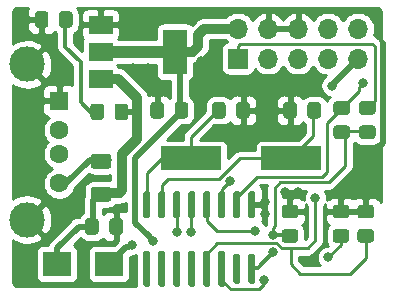
<source format=gbr>
G04 #@! TF.GenerationSoftware,KiCad,Pcbnew,5.1.9-73d0e3b20d~88~ubuntu20.04.1*
G04 #@! TF.CreationDate,2021-01-20T21:34:12+07:00*
G04 #@! TF.ProjectId,ch340G_uploader,63683334-3047-45f7-9570-6c6f61646572,rev?*
G04 #@! TF.SameCoordinates,Original*
G04 #@! TF.FileFunction,Copper,L1,Top*
G04 #@! TF.FilePolarity,Positive*
%FSLAX46Y46*%
G04 Gerber Fmt 4.6, Leading zero omitted, Abs format (unit mm)*
G04 Created by KiCad (PCBNEW 5.1.9-73d0e3b20d~88~ubuntu20.04.1) date 2021-01-20 21:34:12*
%MOMM*%
%LPD*%
G01*
G04 APERTURE LIST*
G04 #@! TA.AperFunction,ComponentPad*
%ADD10C,1.600000*%
G04 #@! TD*
G04 #@! TA.AperFunction,ComponentPad*
%ADD11R,1.600000X1.600000*%
G04 #@! TD*
G04 #@! TA.AperFunction,ComponentPad*
%ADD12C,3.000000*%
G04 #@! TD*
G04 #@! TA.AperFunction,ComponentPad*
%ADD13O,1.700000X1.700000*%
G04 #@! TD*
G04 #@! TA.AperFunction,ComponentPad*
%ADD14R,1.700000X1.700000*%
G04 #@! TD*
G04 #@! TA.AperFunction,SMDPad,CuDef*
%ADD15R,5.080000X2.000000*%
G04 #@! TD*
G04 #@! TA.AperFunction,SMDPad,CuDef*
%ADD16R,2.000000X1.500000*%
G04 #@! TD*
G04 #@! TA.AperFunction,SMDPad,CuDef*
%ADD17R,2.000000X3.800000*%
G04 #@! TD*
G04 #@! TA.AperFunction,SMDPad,CuDef*
%ADD18R,2.400000X2.100000*%
G04 #@! TD*
G04 #@! TA.AperFunction,ViaPad*
%ADD19C,0.800000*%
G04 #@! TD*
G04 #@! TA.AperFunction,Conductor*
%ADD20C,0.508000*%
G04 #@! TD*
G04 #@! TA.AperFunction,Conductor*
%ADD21C,0.304800*%
G04 #@! TD*
G04 #@! TA.AperFunction,Conductor*
%ADD22C,0.812800*%
G04 #@! TD*
G04 #@! TA.AperFunction,Conductor*
%ADD23C,1.016000*%
G04 #@! TD*
G04 #@! TA.AperFunction,Conductor*
%ADD24C,0.250000*%
G04 #@! TD*
G04 #@! TA.AperFunction,Conductor*
%ADD25C,0.254000*%
G04 #@! TD*
G04 #@! TA.AperFunction,Conductor*
%ADD26C,0.100000*%
G04 #@! TD*
G04 APERTURE END LIST*
G04 #@! TA.AperFunction,SMDPad,CuDef*
G36*
G01*
X127838000Y-69907999D02*
X127838000Y-70808001D01*
G75*
G02*
X127588001Y-71058000I-249999J0D01*
G01*
X126937999Y-71058000D01*
G75*
G02*
X126688000Y-70808001I0J249999D01*
G01*
X126688000Y-69907999D01*
G75*
G02*
X126937999Y-69658000I249999J0D01*
G01*
X127588001Y-69658000D01*
G75*
G02*
X127838000Y-69907999I0J-249999D01*
G01*
G37*
G04 #@! TD.AperFunction*
G04 #@! TA.AperFunction,SMDPad,CuDef*
G36*
G01*
X125788000Y-69907999D02*
X125788000Y-70808001D01*
G75*
G02*
X125538001Y-71058000I-249999J0D01*
G01*
X124887999Y-71058000D01*
G75*
G02*
X124638000Y-70808001I0J249999D01*
G01*
X124638000Y-69907999D01*
G75*
G02*
X124887999Y-69658000I249999J0D01*
G01*
X125538001Y-69658000D01*
G75*
G02*
X125788000Y-69907999I0J-249999D01*
G01*
G37*
G04 #@! TD.AperFunction*
G04 #@! TA.AperFunction,SMDPad,CuDef*
G36*
G01*
X121989000Y-62997501D02*
X121989000Y-62097499D01*
G75*
G02*
X122238999Y-61847500I249999J0D01*
G01*
X122889001Y-61847500D01*
G75*
G02*
X123139000Y-62097499I0J-249999D01*
G01*
X123139000Y-62997501D01*
G75*
G02*
X122889001Y-63247500I-249999J0D01*
G01*
X122238999Y-63247500D01*
G75*
G02*
X121989000Y-62997501I0J249999D01*
G01*
G37*
G04 #@! TD.AperFunction*
G04 #@! TA.AperFunction,SMDPad,CuDef*
G36*
G01*
X119939000Y-62997501D02*
X119939000Y-62097499D01*
G75*
G02*
X120188999Y-61847500I249999J0D01*
G01*
X120839001Y-61847500D01*
G75*
G02*
X121089000Y-62097499I0J-249999D01*
G01*
X121089000Y-62997501D01*
G75*
G02*
X120839001Y-63247500I-249999J0D01*
G01*
X120188999Y-63247500D01*
G75*
G02*
X119939000Y-62997501I0J249999D01*
G01*
G37*
G04 #@! TD.AperFunction*
G04 #@! TA.AperFunction,SMDPad,CuDef*
G36*
G01*
X148532001Y-72665500D02*
X147631999Y-72665500D01*
G75*
G02*
X147382000Y-72415501I0J249999D01*
G01*
X147382000Y-71765499D01*
G75*
G02*
X147631999Y-71515500I249999J0D01*
G01*
X148532001Y-71515500D01*
G75*
G02*
X148782000Y-71765499I0J-249999D01*
G01*
X148782000Y-72415501D01*
G75*
G02*
X148532001Y-72665500I-249999J0D01*
G01*
G37*
G04 #@! TD.AperFunction*
G04 #@! TA.AperFunction,SMDPad,CuDef*
G36*
G01*
X148532001Y-70615500D02*
X147631999Y-70615500D01*
G75*
G02*
X147382000Y-70365501I0J249999D01*
G01*
X147382000Y-69715499D01*
G75*
G02*
X147631999Y-69465500I249999J0D01*
G01*
X148532001Y-69465500D01*
G75*
G02*
X148782000Y-69715499I0J-249999D01*
G01*
X148782000Y-70365501D01*
G75*
G02*
X148532001Y-70615500I-249999J0D01*
G01*
G37*
G04 #@! TD.AperFunction*
G04 #@! TA.AperFunction,SMDPad,CuDef*
G36*
G01*
X146373001Y-72665500D02*
X145472999Y-72665500D01*
G75*
G02*
X145223000Y-72415501I0J249999D01*
G01*
X145223000Y-71765499D01*
G75*
G02*
X145472999Y-71515500I249999J0D01*
G01*
X146373001Y-71515500D01*
G75*
G02*
X146623000Y-71765499I0J-249999D01*
G01*
X146623000Y-72415501D01*
G75*
G02*
X146373001Y-72665500I-249999J0D01*
G01*
G37*
G04 #@! TD.AperFunction*
G04 #@! TA.AperFunction,SMDPad,CuDef*
G36*
G01*
X146373001Y-70615500D02*
X145472999Y-70615500D01*
G75*
G02*
X145223000Y-70365501I0J249999D01*
G01*
X145223000Y-69715499D01*
G75*
G02*
X145472999Y-69465500I249999J0D01*
G01*
X146373001Y-69465500D01*
G75*
G02*
X146623000Y-69715499I0J-249999D01*
G01*
X146623000Y-70365501D01*
G75*
G02*
X146373001Y-70615500I-249999J0D01*
G01*
G37*
G04 #@! TD.AperFunction*
G04 #@! TA.AperFunction,SMDPad,CuDef*
G36*
G01*
X148405001Y-81434500D02*
X147504999Y-81434500D01*
G75*
G02*
X147255000Y-81184501I0J249999D01*
G01*
X147255000Y-80534499D01*
G75*
G02*
X147504999Y-80284500I249999J0D01*
G01*
X148405001Y-80284500D01*
G75*
G02*
X148655000Y-80534499I0J-249999D01*
G01*
X148655000Y-81184501D01*
G75*
G02*
X148405001Y-81434500I-249999J0D01*
G01*
G37*
G04 #@! TD.AperFunction*
G04 #@! TA.AperFunction,SMDPad,CuDef*
G36*
G01*
X148405001Y-79384500D02*
X147504999Y-79384500D01*
G75*
G02*
X147255000Y-79134501I0J249999D01*
G01*
X147255000Y-78484499D01*
G75*
G02*
X147504999Y-78234500I249999J0D01*
G01*
X148405001Y-78234500D01*
G75*
G02*
X148655000Y-78484499I0J-249999D01*
G01*
X148655000Y-79134501D01*
G75*
G02*
X148405001Y-79384500I-249999J0D01*
G01*
G37*
G04 #@! TD.AperFunction*
G04 #@! TA.AperFunction,SMDPad,CuDef*
G36*
G01*
X141091499Y-80284500D02*
X141991501Y-80284500D01*
G75*
G02*
X142241500Y-80534499I0J-249999D01*
G01*
X142241500Y-81184501D01*
G75*
G02*
X141991501Y-81434500I-249999J0D01*
G01*
X141091499Y-81434500D01*
G75*
G02*
X140841500Y-81184501I0J249999D01*
G01*
X140841500Y-80534499D01*
G75*
G02*
X141091499Y-80284500I249999J0D01*
G01*
G37*
G04 #@! TD.AperFunction*
G04 #@! TA.AperFunction,SMDPad,CuDef*
G36*
G01*
X141091499Y-78234500D02*
X141991501Y-78234500D01*
G75*
G02*
X142241500Y-78484499I0J-249999D01*
G01*
X142241500Y-79134501D01*
G75*
G02*
X141991501Y-79384500I-249999J0D01*
G01*
X141091499Y-79384500D01*
G75*
G02*
X140841500Y-79134501I0J249999D01*
G01*
X140841500Y-78484499D01*
G75*
G02*
X141091499Y-78234500I249999J0D01*
G01*
G37*
G04 #@! TD.AperFunction*
G04 #@! TA.AperFunction,SMDPad,CuDef*
G36*
G01*
X146309501Y-79384500D02*
X145409499Y-79384500D01*
G75*
G02*
X145159500Y-79134501I0J249999D01*
G01*
X145159500Y-78484499D01*
G75*
G02*
X145409499Y-78234500I249999J0D01*
G01*
X146309501Y-78234500D01*
G75*
G02*
X146559500Y-78484499I0J-249999D01*
G01*
X146559500Y-79134501D01*
G75*
G02*
X146309501Y-79384500I-249999J0D01*
G01*
G37*
G04 #@! TD.AperFunction*
G04 #@! TA.AperFunction,SMDPad,CuDef*
G36*
G01*
X146309501Y-81434500D02*
X145409499Y-81434500D01*
G75*
G02*
X145159500Y-81184501I0J249999D01*
G01*
X145159500Y-80534499D01*
G75*
G02*
X145409499Y-80284500I249999J0D01*
G01*
X146309501Y-80284500D01*
G75*
G02*
X146559500Y-80534499I0J-249999D01*
G01*
X146559500Y-81184501D01*
G75*
G02*
X146309501Y-81434500I-249999J0D01*
G01*
G37*
G04 #@! TD.AperFunction*
G04 #@! TA.AperFunction,SMDPad,CuDef*
G36*
G01*
X136090000Y-69780999D02*
X136090000Y-70681001D01*
G75*
G02*
X135840001Y-70931000I-249999J0D01*
G01*
X135189999Y-70931000D01*
G75*
G02*
X134940000Y-70681001I0J249999D01*
G01*
X134940000Y-69780999D01*
G75*
G02*
X135189999Y-69531000I249999J0D01*
G01*
X135840001Y-69531000D01*
G75*
G02*
X136090000Y-69780999I0J-249999D01*
G01*
G37*
G04 #@! TD.AperFunction*
G04 #@! TA.AperFunction,SMDPad,CuDef*
G36*
G01*
X138140000Y-69780999D02*
X138140000Y-70681001D01*
G75*
G02*
X137890001Y-70931000I-249999J0D01*
G01*
X137239999Y-70931000D01*
G75*
G02*
X136990000Y-70681001I0J249999D01*
G01*
X136990000Y-69780999D01*
G75*
G02*
X137239999Y-69531000I249999J0D01*
G01*
X137890001Y-69531000D01*
G75*
G02*
X138140000Y-69780999I0J-249999D01*
G01*
G37*
G04 #@! TD.AperFunction*
G04 #@! TA.AperFunction,SMDPad,CuDef*
G36*
G01*
X143022500Y-70681001D02*
X143022500Y-69780999D01*
G75*
G02*
X143272499Y-69531000I249999J0D01*
G01*
X143922501Y-69531000D01*
G75*
G02*
X144172500Y-69780999I0J-249999D01*
G01*
X144172500Y-70681001D01*
G75*
G02*
X143922501Y-70931000I-249999J0D01*
G01*
X143272499Y-70931000D01*
G75*
G02*
X143022500Y-70681001I0J249999D01*
G01*
G37*
G04 #@! TD.AperFunction*
G04 #@! TA.AperFunction,SMDPad,CuDef*
G36*
G01*
X140972500Y-70681001D02*
X140972500Y-69780999D01*
G75*
G02*
X141222499Y-69531000I249999J0D01*
G01*
X141872501Y-69531000D01*
G75*
G02*
X142122500Y-69780999I0J-249999D01*
G01*
X142122500Y-70681001D01*
G75*
G02*
X141872501Y-70931000I-249999J0D01*
G01*
X141222499Y-70931000D01*
G75*
G02*
X140972500Y-70681001I0J249999D01*
G01*
G37*
G04 #@! TD.AperFunction*
G04 #@! TA.AperFunction,SMDPad,CuDef*
G36*
G01*
X130868000Y-69780999D02*
X130868000Y-70681001D01*
G75*
G02*
X130618001Y-70931000I-249999J0D01*
G01*
X129967999Y-70931000D01*
G75*
G02*
X129718000Y-70681001I0J249999D01*
G01*
X129718000Y-69780999D01*
G75*
G02*
X129967999Y-69531000I249999J0D01*
G01*
X130618001Y-69531000D01*
G75*
G02*
X130868000Y-69780999I0J-249999D01*
G01*
G37*
G04 #@! TD.AperFunction*
G04 #@! TA.AperFunction,SMDPad,CuDef*
G36*
G01*
X132918000Y-69780999D02*
X132918000Y-70681001D01*
G75*
G02*
X132668001Y-70931000I-249999J0D01*
G01*
X132017999Y-70931000D01*
G75*
G02*
X131768000Y-70681001I0J249999D01*
G01*
X131768000Y-69780999D01*
G75*
G02*
X132017999Y-69531000I249999J0D01*
G01*
X132668001Y-69531000D01*
G75*
G02*
X132918000Y-69780999I0J-249999D01*
G01*
G37*
G04 #@! TD.AperFunction*
G04 #@! TA.AperFunction,SMDPad,CuDef*
G36*
G01*
X126243500Y-80523501D02*
X126243500Y-79623499D01*
G75*
G02*
X126493499Y-79373500I249999J0D01*
G01*
X127143501Y-79373500D01*
G75*
G02*
X127393500Y-79623499I0J-249999D01*
G01*
X127393500Y-80523501D01*
G75*
G02*
X127143501Y-80773500I-249999J0D01*
G01*
X126493499Y-80773500D01*
G75*
G02*
X126243500Y-80523501I0J249999D01*
G01*
G37*
G04 #@! TD.AperFunction*
G04 #@! TA.AperFunction,SMDPad,CuDef*
G36*
G01*
X124193500Y-80523501D02*
X124193500Y-79623499D01*
G75*
G02*
X124443499Y-79373500I249999J0D01*
G01*
X125093501Y-79373500D01*
G75*
G02*
X125343500Y-79623499I0J-249999D01*
G01*
X125343500Y-80523501D01*
G75*
G02*
X125093501Y-80773500I-249999J0D01*
G01*
X124443499Y-80773500D01*
G75*
G02*
X124193500Y-80523501I0J249999D01*
G01*
G37*
G04 #@! TD.AperFunction*
G04 #@! TA.AperFunction,SMDPad,CuDef*
G36*
G01*
X138153000Y-77069800D02*
X138453000Y-77069800D01*
G75*
G02*
X138603000Y-77219800I0J-150000D01*
G01*
X138603000Y-79205800D01*
G75*
G02*
X138453000Y-79355800I-150000J0D01*
G01*
X138153000Y-79355800D01*
G75*
G02*
X138003000Y-79205800I0J150000D01*
G01*
X138003000Y-77219800D01*
G75*
G02*
X138153000Y-77069800I150000J0D01*
G01*
G37*
G04 #@! TD.AperFunction*
G04 #@! TA.AperFunction,SMDPad,CuDef*
G36*
G01*
X136883000Y-77069800D02*
X137183000Y-77069800D01*
G75*
G02*
X137333000Y-77219800I0J-150000D01*
G01*
X137333000Y-79205800D01*
G75*
G02*
X137183000Y-79355800I-150000J0D01*
G01*
X136883000Y-79355800D01*
G75*
G02*
X136733000Y-79205800I0J150000D01*
G01*
X136733000Y-77219800D01*
G75*
G02*
X136883000Y-77069800I150000J0D01*
G01*
G37*
G04 #@! TD.AperFunction*
G04 #@! TA.AperFunction,SMDPad,CuDef*
G36*
G01*
X135613000Y-77069800D02*
X135913000Y-77069800D01*
G75*
G02*
X136063000Y-77219800I0J-150000D01*
G01*
X136063000Y-79205800D01*
G75*
G02*
X135913000Y-79355800I-150000J0D01*
G01*
X135613000Y-79355800D01*
G75*
G02*
X135463000Y-79205800I0J150000D01*
G01*
X135463000Y-77219800D01*
G75*
G02*
X135613000Y-77069800I150000J0D01*
G01*
G37*
G04 #@! TD.AperFunction*
G04 #@! TA.AperFunction,SMDPad,CuDef*
G36*
G01*
X134343000Y-77069800D02*
X134643000Y-77069800D01*
G75*
G02*
X134793000Y-77219800I0J-150000D01*
G01*
X134793000Y-79205800D01*
G75*
G02*
X134643000Y-79355800I-150000J0D01*
G01*
X134343000Y-79355800D01*
G75*
G02*
X134193000Y-79205800I0J150000D01*
G01*
X134193000Y-77219800D01*
G75*
G02*
X134343000Y-77069800I150000J0D01*
G01*
G37*
G04 #@! TD.AperFunction*
G04 #@! TA.AperFunction,SMDPad,CuDef*
G36*
G01*
X133073000Y-77069800D02*
X133373000Y-77069800D01*
G75*
G02*
X133523000Y-77219800I0J-150000D01*
G01*
X133523000Y-79205800D01*
G75*
G02*
X133373000Y-79355800I-150000J0D01*
G01*
X133073000Y-79355800D01*
G75*
G02*
X132923000Y-79205800I0J150000D01*
G01*
X132923000Y-77219800D01*
G75*
G02*
X133073000Y-77069800I150000J0D01*
G01*
G37*
G04 #@! TD.AperFunction*
G04 #@! TA.AperFunction,SMDPad,CuDef*
G36*
G01*
X131803000Y-77069800D02*
X132103000Y-77069800D01*
G75*
G02*
X132253000Y-77219800I0J-150000D01*
G01*
X132253000Y-79205800D01*
G75*
G02*
X132103000Y-79355800I-150000J0D01*
G01*
X131803000Y-79355800D01*
G75*
G02*
X131653000Y-79205800I0J150000D01*
G01*
X131653000Y-77219800D01*
G75*
G02*
X131803000Y-77069800I150000J0D01*
G01*
G37*
G04 #@! TD.AperFunction*
G04 #@! TA.AperFunction,SMDPad,CuDef*
G36*
G01*
X130533000Y-77069800D02*
X130833000Y-77069800D01*
G75*
G02*
X130983000Y-77219800I0J-150000D01*
G01*
X130983000Y-79205800D01*
G75*
G02*
X130833000Y-79355800I-150000J0D01*
G01*
X130533000Y-79355800D01*
G75*
G02*
X130383000Y-79205800I0J150000D01*
G01*
X130383000Y-77219800D01*
G75*
G02*
X130533000Y-77069800I150000J0D01*
G01*
G37*
G04 #@! TD.AperFunction*
G04 #@! TA.AperFunction,SMDPad,CuDef*
G36*
G01*
X129263000Y-77069800D02*
X129563000Y-77069800D01*
G75*
G02*
X129713000Y-77219800I0J-150000D01*
G01*
X129713000Y-79205800D01*
G75*
G02*
X129563000Y-79355800I-150000J0D01*
G01*
X129263000Y-79355800D01*
G75*
G02*
X129113000Y-79205800I0J150000D01*
G01*
X129113000Y-77219800D01*
G75*
G02*
X129263000Y-77069800I150000J0D01*
G01*
G37*
G04 #@! TD.AperFunction*
G04 #@! TA.AperFunction,SMDPad,CuDef*
G36*
G01*
X129263000Y-82142000D02*
X129563000Y-82142000D01*
G75*
G02*
X129713000Y-82292000I0J-150000D01*
G01*
X129713000Y-85040000D01*
G75*
G02*
X129563000Y-85190000I-150000J0D01*
G01*
X129263000Y-85190000D01*
G75*
G02*
X129113000Y-85040000I0J150000D01*
G01*
X129113000Y-82292000D01*
G75*
G02*
X129263000Y-82142000I150000J0D01*
G01*
G37*
G04 #@! TD.AperFunction*
G04 #@! TA.AperFunction,SMDPad,CuDef*
G36*
G01*
X130533000Y-82142000D02*
X130833000Y-82142000D01*
G75*
G02*
X130983000Y-82292000I0J-150000D01*
G01*
X130983000Y-85040000D01*
G75*
G02*
X130833000Y-85190000I-150000J0D01*
G01*
X130533000Y-85190000D01*
G75*
G02*
X130383000Y-85040000I0J150000D01*
G01*
X130383000Y-82292000D01*
G75*
G02*
X130533000Y-82142000I150000J0D01*
G01*
G37*
G04 #@! TD.AperFunction*
G04 #@! TA.AperFunction,SMDPad,CuDef*
G36*
G01*
X131803000Y-82142000D02*
X132103000Y-82142000D01*
G75*
G02*
X132253000Y-82292000I0J-150000D01*
G01*
X132253000Y-85040000D01*
G75*
G02*
X132103000Y-85190000I-150000J0D01*
G01*
X131803000Y-85190000D01*
G75*
G02*
X131653000Y-85040000I0J150000D01*
G01*
X131653000Y-82292000D01*
G75*
G02*
X131803000Y-82142000I150000J0D01*
G01*
G37*
G04 #@! TD.AperFunction*
G04 #@! TA.AperFunction,SMDPad,CuDef*
G36*
G01*
X133073000Y-82142000D02*
X133373000Y-82142000D01*
G75*
G02*
X133523000Y-82292000I0J-150000D01*
G01*
X133523000Y-85040000D01*
G75*
G02*
X133373000Y-85190000I-150000J0D01*
G01*
X133073000Y-85190000D01*
G75*
G02*
X132923000Y-85040000I0J150000D01*
G01*
X132923000Y-82292000D01*
G75*
G02*
X133073000Y-82142000I150000J0D01*
G01*
G37*
G04 #@! TD.AperFunction*
G04 #@! TA.AperFunction,SMDPad,CuDef*
G36*
G01*
X134343000Y-82142000D02*
X134643000Y-82142000D01*
G75*
G02*
X134793000Y-82292000I0J-150000D01*
G01*
X134793000Y-85040000D01*
G75*
G02*
X134643000Y-85190000I-150000J0D01*
G01*
X134343000Y-85190000D01*
G75*
G02*
X134193000Y-85040000I0J150000D01*
G01*
X134193000Y-82292000D01*
G75*
G02*
X134343000Y-82142000I150000J0D01*
G01*
G37*
G04 #@! TD.AperFunction*
G04 #@! TA.AperFunction,SMDPad,CuDef*
G36*
G01*
X135613000Y-82142000D02*
X135913000Y-82142000D01*
G75*
G02*
X136063000Y-82292000I0J-150000D01*
G01*
X136063000Y-85040000D01*
G75*
G02*
X135913000Y-85190000I-150000J0D01*
G01*
X135613000Y-85190000D01*
G75*
G02*
X135463000Y-85040000I0J150000D01*
G01*
X135463000Y-82292000D01*
G75*
G02*
X135613000Y-82142000I150000J0D01*
G01*
G37*
G04 #@! TD.AperFunction*
G04 #@! TA.AperFunction,SMDPad,CuDef*
G36*
G01*
X136883000Y-82396000D02*
X137183000Y-82396000D01*
G75*
G02*
X137333000Y-82546000I0J-150000D01*
G01*
X137333000Y-84786000D01*
G75*
G02*
X137183000Y-84936000I-150000J0D01*
G01*
X136883000Y-84936000D01*
G75*
G02*
X136733000Y-84786000I0J150000D01*
G01*
X136733000Y-82546000D01*
G75*
G02*
X136883000Y-82396000I150000J0D01*
G01*
G37*
G04 #@! TD.AperFunction*
G04 #@! TA.AperFunction,SMDPad,CuDef*
G36*
G01*
X138153000Y-82396000D02*
X138453000Y-82396000D01*
G75*
G02*
X138603000Y-82546000I0J-150000D01*
G01*
X138603000Y-84786000D01*
G75*
G02*
X138453000Y-84936000I-150000J0D01*
G01*
X138153000Y-84936000D01*
G75*
G02*
X138003000Y-84786000I0J150000D01*
G01*
X138003000Y-82546000D01*
G75*
G02*
X138153000Y-82396000I150000J0D01*
G01*
G37*
G04 #@! TD.AperFunction*
G04 #@! TA.AperFunction,SMDPad,CuDef*
G36*
G01*
X126164500Y-75171000D02*
X124914500Y-75171000D01*
G75*
G02*
X124664500Y-74921000I0J250000D01*
G01*
X124664500Y-74171000D01*
G75*
G02*
X124914500Y-73921000I250000J0D01*
G01*
X126164500Y-73921000D01*
G75*
G02*
X126414500Y-74171000I0J-250000D01*
G01*
X126414500Y-74921000D01*
G75*
G02*
X126164500Y-75171000I-250000J0D01*
G01*
G37*
G04 #@! TD.AperFunction*
G04 #@! TA.AperFunction,SMDPad,CuDef*
G36*
G01*
X126164500Y-77971000D02*
X124914500Y-77971000D01*
G75*
G02*
X124664500Y-77721000I0J250000D01*
G01*
X124664500Y-76971000D01*
G75*
G02*
X124914500Y-76721000I250000J0D01*
G01*
X126164500Y-76721000D01*
G75*
G02*
X126414500Y-76971000I0J-250000D01*
G01*
X126414500Y-77721000D01*
G75*
G02*
X126164500Y-77971000I-250000J0D01*
G01*
G37*
G04 #@! TD.AperFunction*
D10*
X121996200Y-76418200D03*
X121996200Y-73918200D03*
X121996200Y-71918200D03*
D11*
X121996200Y-69418200D03*
D12*
X119286200Y-66348200D03*
X119286200Y-79488200D03*
D13*
X147320000Y-63309500D03*
X147320000Y-65849500D03*
X144780000Y-63309500D03*
X144780000Y-65849500D03*
X142240000Y-63309500D03*
X142240000Y-65849500D03*
X139700000Y-63309500D03*
X139700000Y-65849500D03*
X137160000Y-63309500D03*
D14*
X137160000Y-65849500D03*
D15*
X141664000Y-74295000D03*
X133164000Y-74295000D03*
D16*
X125501000Y-62978000D03*
X125501000Y-67578000D03*
X125501000Y-65278000D03*
D17*
X131801000Y-65278000D03*
D18*
X121815500Y-83248500D03*
X126215500Y-83248500D03*
D19*
X139446000Y-77978000D03*
X139446000Y-78994000D03*
X142214600Y-77190600D03*
X148691600Y-76073000D03*
X148717000Y-74879200D03*
X147421600Y-74879200D03*
X147447000Y-76022200D03*
X133985000Y-68580000D03*
X135255000Y-68580000D03*
X128270000Y-66675000D03*
X129540000Y-66675000D03*
X129540000Y-67945000D03*
X133985000Y-67310000D03*
X135255000Y-67310000D03*
X135255000Y-66040000D03*
X133985000Y-66040000D03*
X141160500Y-77152500D03*
X129984500Y-81280000D03*
X140144500Y-82232500D03*
X140119923Y-80763388D03*
X138620500Y-80454500D03*
X144780000Y-82677000D03*
X143700500Y-77664800D03*
X128143000Y-81597500D03*
X145097500Y-68135500D03*
X133159500Y-80518000D03*
X132016500Y-80518000D03*
X139382500Y-84582000D03*
X136461500Y-76200000D03*
X147764500Y-67945000D03*
D20*
X149161500Y-73279000D02*
X149161500Y-73215500D01*
X149161500Y-73869015D02*
X149161500Y-73215500D01*
D21*
X148717000Y-74313515D02*
X149161500Y-73869015D01*
X148717000Y-74879200D02*
X148717000Y-74313515D01*
X149288500Y-63436500D02*
X149161500Y-63309500D01*
X149288500Y-64389000D02*
X149288500Y-63436500D01*
X149415500Y-64516000D02*
X149288500Y-64389000D01*
D20*
X149161500Y-73215500D02*
X149415500Y-72961500D01*
X149415500Y-72961500D02*
X149415500Y-64516000D01*
X123635700Y-80073500D02*
X124856000Y-80073500D01*
X121815500Y-81893700D02*
X123635700Y-80073500D01*
X121815500Y-83248500D02*
X121815500Y-81893700D01*
X125473000Y-77219000D02*
X126238000Y-77219000D01*
X124856000Y-79373500D02*
X124841000Y-79358500D01*
X124856000Y-80073500D02*
X124856000Y-79373500D01*
X124841000Y-79358500D02*
X124841000Y-77851000D01*
X124841000Y-77851000D02*
X125473000Y-77219000D01*
D22*
X128587500Y-69156500D02*
X127009000Y-67578000D01*
X127113000Y-77219000D02*
X127317500Y-77014500D01*
X126238000Y-77219000D02*
X127113000Y-77219000D01*
X127009000Y-67578000D02*
X125501000Y-67578000D01*
X127317500Y-77014500D02*
X127317500Y-73914000D01*
X127317500Y-73914000D02*
X128587500Y-72644000D01*
D20*
X128397000Y-70358000D02*
X127263000Y-70358000D01*
X128587500Y-70167500D02*
X128397000Y-70358000D01*
D22*
X128587500Y-70167500D02*
X128587500Y-69156500D01*
X128587500Y-72644000D02*
X128587500Y-70167500D01*
D23*
X125501000Y-65278000D02*
X131801000Y-65278000D01*
D22*
X137160000Y-63309500D02*
X134302500Y-63309500D01*
X133794500Y-63817500D02*
X133794500Y-64792500D01*
X133309000Y-65278000D02*
X131801000Y-65278000D01*
X133794500Y-64792500D02*
X133309000Y-65278000D01*
X134302500Y-63309500D02*
X133794500Y-63817500D01*
D21*
X140128535Y-80772000D02*
X140119923Y-80763388D01*
X141541500Y-80772000D02*
X140128535Y-80772000D01*
X138811000Y-83566000D02*
X140144500Y-82232500D01*
X138303000Y-83566000D02*
X138811000Y-83566000D01*
D24*
X140259212Y-80058414D02*
X140119923Y-80197703D01*
X140259212Y-76783788D02*
X140259212Y-80058414D01*
X140119923Y-80197703D02*
X140119923Y-80763388D01*
X140716000Y-76327000D02*
X140259212Y-76783788D01*
X144830800Y-76327000D02*
X140716000Y-76327000D01*
X146240500Y-74917300D02*
X144830800Y-76327000D01*
X148399500Y-72106000D02*
X148463000Y-72042500D01*
X148463000Y-72042500D02*
X148429500Y-72009000D01*
X146304000Y-72009000D02*
X146240500Y-72072500D01*
X148429500Y-72009000D02*
X146304000Y-72009000D01*
X146240500Y-72072500D02*
X146240500Y-74917300D01*
D20*
X129584501Y-80880001D02*
X129984500Y-81280000D01*
X128460500Y-79756000D02*
X129584501Y-80880001D01*
X128460500Y-74231500D02*
X128460500Y-79756000D01*
X132255500Y-70436500D02*
X128460500Y-74231500D01*
X132255500Y-65732500D02*
X132255500Y-70436500D01*
X131801000Y-65278000D02*
X132255500Y-65732500D01*
D24*
X143510000Y-72449000D02*
X141664000Y-74295000D01*
X143510000Y-70040500D02*
X143510000Y-72449000D01*
X130683000Y-78616000D02*
X130683000Y-76581000D01*
X131254500Y-76009500D02*
X135572500Y-76009500D01*
X139164000Y-74295000D02*
X141664000Y-74295000D01*
X130683000Y-76581000D02*
X131254500Y-76009500D01*
X135572500Y-76009500D02*
X137287000Y-74295000D01*
X137287000Y-74295000D02*
X139164000Y-74295000D01*
X130664000Y-74295000D02*
X133164000Y-74295000D01*
X129413000Y-75546000D02*
X130664000Y-74295000D01*
X129413000Y-78616000D02*
X129413000Y-75546000D01*
X133164000Y-72479000D02*
X135602500Y-70040500D01*
X133164000Y-74295000D02*
X133164000Y-72479000D01*
X134493000Y-78616000D02*
X134493000Y-79121000D01*
X134493000Y-79121000D02*
X134493000Y-79565500D01*
X134493000Y-79565500D02*
X135382000Y-80454500D01*
X135382000Y-80454500D02*
X138620500Y-80454500D01*
X145859500Y-81597500D02*
X144780000Y-82677000D01*
X145859500Y-80757000D02*
X145859500Y-81597500D01*
X143030000Y-81915000D02*
X143700500Y-81244500D01*
X143700500Y-81244500D02*
X143700500Y-80757000D01*
X147955000Y-80772000D02*
X147955000Y-81259500D01*
X147955000Y-81259500D02*
X147955000Y-82740500D01*
X147955000Y-82740500D02*
X146617199Y-84078301D01*
X141605000Y-81915000D02*
X141605000Y-83248500D01*
X141605000Y-81915000D02*
X143030000Y-81915000D01*
X142430500Y-84074000D02*
X143129000Y-84074000D01*
X146617199Y-84078301D02*
X143129000Y-84074000D01*
X141605000Y-83248500D02*
X142430500Y-84074000D01*
X143129000Y-84074000D02*
X142752301Y-84078301D01*
X140843000Y-81915000D02*
X141605000Y-81915000D01*
X134493000Y-83566000D02*
X134493000Y-82359500D01*
X140394198Y-81466198D02*
X140843000Y-81915000D01*
X135386302Y-81466198D02*
X140394198Y-81466198D01*
X134493000Y-82359500D02*
X135386302Y-81466198D01*
X143700500Y-80757000D02*
X143700500Y-78676500D01*
X143700500Y-78676500D02*
X143700500Y-77664800D01*
X143700500Y-78882000D02*
X143700500Y-78676500D01*
D20*
X145097500Y-68072000D02*
X147320000Y-65849500D01*
X145097500Y-68135500D02*
X145097500Y-68072000D01*
X127952500Y-81788000D02*
X128143000Y-81597500D01*
X126215500Y-83248500D02*
X127676000Y-81788000D01*
X127676000Y-81788000D02*
X127952500Y-81788000D01*
X124590000Y-74419000D02*
X126238000Y-74419000D01*
X121996200Y-76418200D02*
X122590800Y-76418200D01*
X122590800Y-76418200D02*
X124590000Y-74419000D01*
D24*
X133159500Y-78679500D02*
X133223000Y-78616000D01*
X133159500Y-80518000D02*
X133159500Y-78679500D01*
X132016500Y-78679500D02*
X131953000Y-78616000D01*
X132016500Y-80518000D02*
X132016500Y-78679500D01*
X139382500Y-84899500D02*
X139382500Y-84582000D01*
X135813800Y-83616800D02*
X135813800Y-84696300D01*
X135763000Y-83566000D02*
X135813800Y-83616800D01*
X135813800Y-84696300D02*
X136514690Y-85397190D01*
X136514690Y-85397190D02*
X138884810Y-85397190D01*
X138884810Y-85397190D02*
X139382500Y-84899500D01*
X137330000Y-64579500D02*
X137160000Y-64749500D01*
X148463000Y-69680000D02*
X148717000Y-69426000D01*
X137160000Y-64749500D02*
X137160000Y-65849500D01*
X148463000Y-70167500D02*
X148463000Y-69680000D01*
X148717000Y-69426000D02*
X148717000Y-64770000D01*
X148717000Y-64770000D02*
X148526500Y-64579500D01*
X148526500Y-64579500D02*
X137330000Y-64579500D01*
X135763000Y-78616000D02*
X135763000Y-76898500D01*
X135763000Y-76898500D02*
X136061501Y-76599999D01*
X136061501Y-76599999D02*
X136461500Y-76200000D01*
X147364501Y-68598999D02*
X147364501Y-68344999D01*
X144653000Y-71310500D02*
X147364501Y-68598999D01*
X144653000Y-75438000D02*
X144653000Y-71310500D01*
X147364501Y-68344999D02*
X147764500Y-67945000D01*
X144221200Y-75869800D02*
X144653000Y-75438000D01*
X138746023Y-75869800D02*
X144221200Y-75869800D01*
X137033000Y-77582823D02*
X138746023Y-75869800D01*
X137033000Y-78616000D02*
X137033000Y-77582823D01*
D21*
X122491500Y-62230000D02*
X122618500Y-62103000D01*
X124638000Y-70358000D02*
X123825000Y-69545000D01*
X125213000Y-70358000D02*
X124638000Y-70358000D01*
X123825000Y-69545000D02*
X123825000Y-66167000D01*
X123825000Y-66167000D02*
X122491500Y-64833500D01*
X122491500Y-64833500D02*
X122491500Y-62230000D01*
D25*
X119349498Y-61603320D02*
X119313188Y-61723018D01*
X119300928Y-61847500D01*
X119304000Y-62261750D01*
X119462750Y-62420500D01*
X120387000Y-62420500D01*
X120387000Y-62400500D01*
X120641000Y-62400500D01*
X120641000Y-62420500D01*
X120661000Y-62420500D01*
X120661000Y-62674500D01*
X120641000Y-62674500D01*
X120641000Y-63723750D01*
X120799750Y-63882500D01*
X121089000Y-63885572D01*
X121213482Y-63873312D01*
X121333180Y-63837002D01*
X121443494Y-63778037D01*
X121540185Y-63698685D01*
X121619537Y-63601994D01*
X121634509Y-63573984D01*
X121647133Y-63589367D01*
X121754900Y-63677810D01*
X121754900Y-64797316D01*
X121751336Y-64833500D01*
X121754900Y-64869683D01*
X121754900Y-64869685D01*
X121765558Y-64977898D01*
X121807678Y-65116748D01*
X121876076Y-65244712D01*
X121968125Y-65356874D01*
X121996232Y-65379941D01*
X123088401Y-66472111D01*
X123088400Y-68054366D01*
X123040380Y-68028698D01*
X122920682Y-67992388D01*
X122796200Y-67980128D01*
X122281950Y-67983200D01*
X122123200Y-68141950D01*
X122123200Y-69291200D01*
X122143200Y-69291200D01*
X122143200Y-69545200D01*
X122123200Y-69545200D01*
X122123200Y-69565200D01*
X121869200Y-69565200D01*
X121869200Y-69545200D01*
X120719950Y-69545200D01*
X120561200Y-69703950D01*
X120558128Y-70218200D01*
X120570388Y-70342682D01*
X120606698Y-70462380D01*
X120665663Y-70572694D01*
X120745015Y-70669385D01*
X120841706Y-70748737D01*
X120952020Y-70807702D01*
X121071718Y-70844012D01*
X121109147Y-70847698D01*
X120921021Y-71035824D01*
X120769537Y-71262535D01*
X120665194Y-71514444D01*
X120612000Y-71781868D01*
X120612000Y-72054532D01*
X120665194Y-72321956D01*
X120769537Y-72573865D01*
X120921021Y-72800576D01*
X121038645Y-72918200D01*
X120921021Y-73035824D01*
X120769537Y-73262535D01*
X120665194Y-73514444D01*
X120612000Y-73781868D01*
X120612000Y-74054532D01*
X120665194Y-74321956D01*
X120769537Y-74573865D01*
X120921021Y-74800576D01*
X121113824Y-74993379D01*
X121340535Y-75144863D01*
X121396876Y-75168200D01*
X121340535Y-75191537D01*
X121113824Y-75343021D01*
X120921021Y-75535824D01*
X120769537Y-75762535D01*
X120665194Y-76014444D01*
X120612000Y-76281868D01*
X120612000Y-76554532D01*
X120665194Y-76821956D01*
X120769537Y-77073865D01*
X120921021Y-77300576D01*
X121113824Y-77493379D01*
X121340535Y-77644863D01*
X121592444Y-77749206D01*
X121859868Y-77802400D01*
X122132532Y-77802400D01*
X122399956Y-77749206D01*
X122651865Y-77644863D01*
X122878576Y-77493379D01*
X123071379Y-77300576D01*
X123222863Y-77073865D01*
X123295223Y-76899170D01*
X124532860Y-75661533D01*
X124594184Y-75694311D01*
X124751204Y-75741943D01*
X124914500Y-75758026D01*
X126164500Y-75758026D01*
X126326900Y-75742031D01*
X126326900Y-76149969D01*
X126164500Y-76133974D01*
X124914500Y-76133974D01*
X124751204Y-76150057D01*
X124594184Y-76197689D01*
X124449473Y-76275038D01*
X124322633Y-76379133D01*
X124218538Y-76505973D01*
X124141189Y-76650684D01*
X124093557Y-76807704D01*
X124077474Y-76971000D01*
X124077474Y-77501339D01*
X124062858Y-77528684D01*
X124014929Y-77686685D01*
X123998746Y-77851000D01*
X124002801Y-77892172D01*
X124002800Y-78914535D01*
X123978473Y-78927538D01*
X123851633Y-79031633D01*
X123747538Y-79158473D01*
X123706473Y-79235300D01*
X123676870Y-79235300D01*
X123635700Y-79231245D01*
X123594530Y-79235300D01*
X123471384Y-79247429D01*
X123313383Y-79295358D01*
X123167768Y-79373191D01*
X123040136Y-79477936D01*
X123013889Y-79509918D01*
X121251913Y-81271894D01*
X121219937Y-81298136D01*
X121193695Y-81330112D01*
X121193692Y-81330115D01*
X121115191Y-81425769D01*
X121037358Y-81571384D01*
X121025197Y-81611474D01*
X120615500Y-81611474D01*
X120500977Y-81622754D01*
X120390855Y-81656159D01*
X120289366Y-81710406D01*
X120200410Y-81783410D01*
X120127406Y-81872366D01*
X120073159Y-81973855D01*
X120039754Y-82083977D01*
X120028474Y-82198500D01*
X120028474Y-84298500D01*
X120039754Y-84413023D01*
X120073159Y-84523145D01*
X120127406Y-84624634D01*
X120200410Y-84713590D01*
X120289366Y-84786594D01*
X120390855Y-84840841D01*
X120500977Y-84874246D01*
X120615500Y-84885526D01*
X123015500Y-84885526D01*
X123130023Y-84874246D01*
X123240145Y-84840841D01*
X123341634Y-84786594D01*
X123430590Y-84713590D01*
X123503594Y-84624634D01*
X123557841Y-84523145D01*
X123591246Y-84413023D01*
X123602526Y-84298500D01*
X123602526Y-82198500D01*
X123591246Y-82083977D01*
X123557841Y-81973855D01*
X123503594Y-81872366D01*
X123430590Y-81783410D01*
X123341634Y-81710406D01*
X123240145Y-81656159D01*
X123238832Y-81655761D01*
X123818995Y-81075598D01*
X123851633Y-81115367D01*
X123978473Y-81219462D01*
X124123183Y-81296811D01*
X124280204Y-81344443D01*
X124443499Y-81360526D01*
X125093501Y-81360526D01*
X125256796Y-81344443D01*
X125413817Y-81296811D01*
X125558527Y-81219462D01*
X125685367Y-81115367D01*
X125697991Y-81099984D01*
X125712963Y-81127994D01*
X125792315Y-81224685D01*
X125889006Y-81304037D01*
X125999320Y-81363002D01*
X126119018Y-81399312D01*
X126243500Y-81411572D01*
X126532750Y-81408500D01*
X126691500Y-81249750D01*
X126691500Y-80200500D01*
X126671500Y-80200500D01*
X126671500Y-79946500D01*
X126691500Y-79946500D01*
X126691500Y-78897250D01*
X126532750Y-78738500D01*
X126243500Y-78735428D01*
X126119018Y-78747688D01*
X125999320Y-78783998D01*
X125889006Y-78842963D01*
X125792315Y-78922315D01*
X125712963Y-79019006D01*
X125697991Y-79047016D01*
X125685367Y-79031633D01*
X125679200Y-79026572D01*
X125679200Y-78558026D01*
X126164500Y-78558026D01*
X126327796Y-78541943D01*
X126484816Y-78494311D01*
X126629527Y-78416962D01*
X126756367Y-78312867D01*
X126841116Y-78209600D01*
X127064346Y-78209600D01*
X127113000Y-78214392D01*
X127161654Y-78209600D01*
X127161665Y-78209600D01*
X127307192Y-78195267D01*
X127493920Y-78138623D01*
X127622301Y-78070003D01*
X127622301Y-78779333D01*
X127517982Y-78747688D01*
X127393500Y-78735428D01*
X127104250Y-78738500D01*
X126945500Y-78897250D01*
X126945500Y-79946500D01*
X126965500Y-79946500D01*
X126965500Y-80200500D01*
X126945500Y-80200500D01*
X126945500Y-81249750D01*
X126987178Y-81291428D01*
X126667132Y-81611474D01*
X125015500Y-81611474D01*
X124900977Y-81622754D01*
X124790855Y-81656159D01*
X124689366Y-81710406D01*
X124600410Y-81783410D01*
X124527406Y-81872366D01*
X124473159Y-81973855D01*
X124439754Y-82083977D01*
X124428474Y-82198500D01*
X124428474Y-84298500D01*
X124439754Y-84413023D01*
X124473159Y-84523145D01*
X124527406Y-84624634D01*
X124600410Y-84713590D01*
X124689366Y-84786594D01*
X124790855Y-84840841D01*
X124900977Y-84874246D01*
X125015500Y-84885526D01*
X127415500Y-84885526D01*
X127530023Y-84874246D01*
X127640145Y-84840841D01*
X127741634Y-84786594D01*
X127830590Y-84713590D01*
X127903594Y-84624634D01*
X127957841Y-84523145D01*
X127991246Y-84413023D01*
X128002526Y-84298500D01*
X128002526Y-82646868D01*
X128026419Y-82622974D01*
X128116816Y-82614071D01*
X128223529Y-82581700D01*
X128239935Y-82581700D01*
X128430081Y-82543878D01*
X128525974Y-82504158D01*
X128525974Y-85040000D01*
X128533440Y-85115800D01*
X118362339Y-85115800D01*
X118084200Y-84837662D01*
X118084200Y-81202447D01*
X118130162Y-81295414D01*
X118504945Y-81486220D01*
X118909751Y-81600244D01*
X119329024Y-81633102D01*
X119746651Y-81583534D01*
X120146583Y-81453443D01*
X120442238Y-81295414D01*
X120598248Y-80979853D01*
X119286200Y-79667805D01*
X119272058Y-79681948D01*
X119092453Y-79502343D01*
X119106595Y-79488200D01*
X119465805Y-79488200D01*
X120777853Y-80800248D01*
X121093414Y-80644238D01*
X121284220Y-80269455D01*
X121398244Y-79864649D01*
X121431102Y-79445376D01*
X121381534Y-79027749D01*
X121251443Y-78627817D01*
X121093414Y-78332162D01*
X120777853Y-78176152D01*
X119465805Y-79488200D01*
X119106595Y-79488200D01*
X119092453Y-79474058D01*
X119272058Y-79294453D01*
X119286200Y-79308595D01*
X120598248Y-77996547D01*
X120442238Y-77680986D01*
X120067455Y-77490180D01*
X119662649Y-77376156D01*
X119243376Y-77343298D01*
X118825749Y-77392866D01*
X118425817Y-77522957D01*
X118130162Y-77680986D01*
X118084200Y-77773953D01*
X118084200Y-68618200D01*
X120558128Y-68618200D01*
X120561200Y-69132450D01*
X120719950Y-69291200D01*
X121869200Y-69291200D01*
X121869200Y-68141950D01*
X121710450Y-67983200D01*
X121196200Y-67980128D01*
X121071718Y-67992388D01*
X120952020Y-68028698D01*
X120841706Y-68087663D01*
X120745015Y-68167015D01*
X120665663Y-68263706D01*
X120606698Y-68374020D01*
X120570388Y-68493718D01*
X120558128Y-68618200D01*
X118084200Y-68618200D01*
X118084200Y-68062447D01*
X118130162Y-68155414D01*
X118504945Y-68346220D01*
X118909751Y-68460244D01*
X119329024Y-68493102D01*
X119746651Y-68443534D01*
X120146583Y-68313443D01*
X120442238Y-68155414D01*
X120598248Y-67839853D01*
X119286200Y-66527805D01*
X119272058Y-66541948D01*
X119092453Y-66362343D01*
X119106595Y-66348200D01*
X119465805Y-66348200D01*
X120777853Y-67660248D01*
X121093414Y-67504238D01*
X121284220Y-67129455D01*
X121398244Y-66724649D01*
X121431102Y-66305376D01*
X121381534Y-65887749D01*
X121251443Y-65487817D01*
X121093414Y-65192162D01*
X120777853Y-65036152D01*
X119465805Y-66348200D01*
X119106595Y-66348200D01*
X119092453Y-66334058D01*
X119272058Y-66154453D01*
X119286200Y-66168595D01*
X120598248Y-64856547D01*
X120442238Y-64540986D01*
X120067455Y-64350180D01*
X119662649Y-64236156D01*
X119243376Y-64203298D01*
X118825749Y-64252866D01*
X118425817Y-64382957D01*
X118130162Y-64540986D01*
X118084200Y-64633953D01*
X118084200Y-63247500D01*
X119300928Y-63247500D01*
X119313188Y-63371982D01*
X119349498Y-63491680D01*
X119408463Y-63601994D01*
X119487815Y-63698685D01*
X119584506Y-63778037D01*
X119694820Y-63837002D01*
X119814518Y-63873312D01*
X119939000Y-63885572D01*
X120228250Y-63882500D01*
X120387000Y-63723750D01*
X120387000Y-62674500D01*
X119462750Y-62674500D01*
X119304000Y-62833250D01*
X119300928Y-63247500D01*
X118084200Y-63247500D01*
X118084200Y-61847338D01*
X118362339Y-61569200D01*
X119367736Y-61569200D01*
X119349498Y-61603320D01*
G04 #@! TA.AperFunction,Conductor*
D26*
G36*
X119349498Y-61603320D02*
G01*
X119313188Y-61723018D01*
X119300928Y-61847500D01*
X119304000Y-62261750D01*
X119462750Y-62420500D01*
X120387000Y-62420500D01*
X120387000Y-62400500D01*
X120641000Y-62400500D01*
X120641000Y-62420500D01*
X120661000Y-62420500D01*
X120661000Y-62674500D01*
X120641000Y-62674500D01*
X120641000Y-63723750D01*
X120799750Y-63882500D01*
X121089000Y-63885572D01*
X121213482Y-63873312D01*
X121333180Y-63837002D01*
X121443494Y-63778037D01*
X121540185Y-63698685D01*
X121619537Y-63601994D01*
X121634509Y-63573984D01*
X121647133Y-63589367D01*
X121754900Y-63677810D01*
X121754900Y-64797316D01*
X121751336Y-64833500D01*
X121754900Y-64869683D01*
X121754900Y-64869685D01*
X121765558Y-64977898D01*
X121807678Y-65116748D01*
X121876076Y-65244712D01*
X121968125Y-65356874D01*
X121996232Y-65379941D01*
X123088401Y-66472111D01*
X123088400Y-68054366D01*
X123040380Y-68028698D01*
X122920682Y-67992388D01*
X122796200Y-67980128D01*
X122281950Y-67983200D01*
X122123200Y-68141950D01*
X122123200Y-69291200D01*
X122143200Y-69291200D01*
X122143200Y-69545200D01*
X122123200Y-69545200D01*
X122123200Y-69565200D01*
X121869200Y-69565200D01*
X121869200Y-69545200D01*
X120719950Y-69545200D01*
X120561200Y-69703950D01*
X120558128Y-70218200D01*
X120570388Y-70342682D01*
X120606698Y-70462380D01*
X120665663Y-70572694D01*
X120745015Y-70669385D01*
X120841706Y-70748737D01*
X120952020Y-70807702D01*
X121071718Y-70844012D01*
X121109147Y-70847698D01*
X120921021Y-71035824D01*
X120769537Y-71262535D01*
X120665194Y-71514444D01*
X120612000Y-71781868D01*
X120612000Y-72054532D01*
X120665194Y-72321956D01*
X120769537Y-72573865D01*
X120921021Y-72800576D01*
X121038645Y-72918200D01*
X120921021Y-73035824D01*
X120769537Y-73262535D01*
X120665194Y-73514444D01*
X120612000Y-73781868D01*
X120612000Y-74054532D01*
X120665194Y-74321956D01*
X120769537Y-74573865D01*
X120921021Y-74800576D01*
X121113824Y-74993379D01*
X121340535Y-75144863D01*
X121396876Y-75168200D01*
X121340535Y-75191537D01*
X121113824Y-75343021D01*
X120921021Y-75535824D01*
X120769537Y-75762535D01*
X120665194Y-76014444D01*
X120612000Y-76281868D01*
X120612000Y-76554532D01*
X120665194Y-76821956D01*
X120769537Y-77073865D01*
X120921021Y-77300576D01*
X121113824Y-77493379D01*
X121340535Y-77644863D01*
X121592444Y-77749206D01*
X121859868Y-77802400D01*
X122132532Y-77802400D01*
X122399956Y-77749206D01*
X122651865Y-77644863D01*
X122878576Y-77493379D01*
X123071379Y-77300576D01*
X123222863Y-77073865D01*
X123295223Y-76899170D01*
X124532860Y-75661533D01*
X124594184Y-75694311D01*
X124751204Y-75741943D01*
X124914500Y-75758026D01*
X126164500Y-75758026D01*
X126326900Y-75742031D01*
X126326900Y-76149969D01*
X126164500Y-76133974D01*
X124914500Y-76133974D01*
X124751204Y-76150057D01*
X124594184Y-76197689D01*
X124449473Y-76275038D01*
X124322633Y-76379133D01*
X124218538Y-76505973D01*
X124141189Y-76650684D01*
X124093557Y-76807704D01*
X124077474Y-76971000D01*
X124077474Y-77501339D01*
X124062858Y-77528684D01*
X124014929Y-77686685D01*
X123998746Y-77851000D01*
X124002801Y-77892172D01*
X124002800Y-78914535D01*
X123978473Y-78927538D01*
X123851633Y-79031633D01*
X123747538Y-79158473D01*
X123706473Y-79235300D01*
X123676870Y-79235300D01*
X123635700Y-79231245D01*
X123594530Y-79235300D01*
X123471384Y-79247429D01*
X123313383Y-79295358D01*
X123167768Y-79373191D01*
X123040136Y-79477936D01*
X123013889Y-79509918D01*
X121251913Y-81271894D01*
X121219937Y-81298136D01*
X121193695Y-81330112D01*
X121193692Y-81330115D01*
X121115191Y-81425769D01*
X121037358Y-81571384D01*
X121025197Y-81611474D01*
X120615500Y-81611474D01*
X120500977Y-81622754D01*
X120390855Y-81656159D01*
X120289366Y-81710406D01*
X120200410Y-81783410D01*
X120127406Y-81872366D01*
X120073159Y-81973855D01*
X120039754Y-82083977D01*
X120028474Y-82198500D01*
X120028474Y-84298500D01*
X120039754Y-84413023D01*
X120073159Y-84523145D01*
X120127406Y-84624634D01*
X120200410Y-84713590D01*
X120289366Y-84786594D01*
X120390855Y-84840841D01*
X120500977Y-84874246D01*
X120615500Y-84885526D01*
X123015500Y-84885526D01*
X123130023Y-84874246D01*
X123240145Y-84840841D01*
X123341634Y-84786594D01*
X123430590Y-84713590D01*
X123503594Y-84624634D01*
X123557841Y-84523145D01*
X123591246Y-84413023D01*
X123602526Y-84298500D01*
X123602526Y-82198500D01*
X123591246Y-82083977D01*
X123557841Y-81973855D01*
X123503594Y-81872366D01*
X123430590Y-81783410D01*
X123341634Y-81710406D01*
X123240145Y-81656159D01*
X123238832Y-81655761D01*
X123818995Y-81075598D01*
X123851633Y-81115367D01*
X123978473Y-81219462D01*
X124123183Y-81296811D01*
X124280204Y-81344443D01*
X124443499Y-81360526D01*
X125093501Y-81360526D01*
X125256796Y-81344443D01*
X125413817Y-81296811D01*
X125558527Y-81219462D01*
X125685367Y-81115367D01*
X125697991Y-81099984D01*
X125712963Y-81127994D01*
X125792315Y-81224685D01*
X125889006Y-81304037D01*
X125999320Y-81363002D01*
X126119018Y-81399312D01*
X126243500Y-81411572D01*
X126532750Y-81408500D01*
X126691500Y-81249750D01*
X126691500Y-80200500D01*
X126671500Y-80200500D01*
X126671500Y-79946500D01*
X126691500Y-79946500D01*
X126691500Y-78897250D01*
X126532750Y-78738500D01*
X126243500Y-78735428D01*
X126119018Y-78747688D01*
X125999320Y-78783998D01*
X125889006Y-78842963D01*
X125792315Y-78922315D01*
X125712963Y-79019006D01*
X125697991Y-79047016D01*
X125685367Y-79031633D01*
X125679200Y-79026572D01*
X125679200Y-78558026D01*
X126164500Y-78558026D01*
X126327796Y-78541943D01*
X126484816Y-78494311D01*
X126629527Y-78416962D01*
X126756367Y-78312867D01*
X126841116Y-78209600D01*
X127064346Y-78209600D01*
X127113000Y-78214392D01*
X127161654Y-78209600D01*
X127161665Y-78209600D01*
X127307192Y-78195267D01*
X127493920Y-78138623D01*
X127622301Y-78070003D01*
X127622301Y-78779333D01*
X127517982Y-78747688D01*
X127393500Y-78735428D01*
X127104250Y-78738500D01*
X126945500Y-78897250D01*
X126945500Y-79946500D01*
X126965500Y-79946500D01*
X126965500Y-80200500D01*
X126945500Y-80200500D01*
X126945500Y-81249750D01*
X126987178Y-81291428D01*
X126667132Y-81611474D01*
X125015500Y-81611474D01*
X124900977Y-81622754D01*
X124790855Y-81656159D01*
X124689366Y-81710406D01*
X124600410Y-81783410D01*
X124527406Y-81872366D01*
X124473159Y-81973855D01*
X124439754Y-82083977D01*
X124428474Y-82198500D01*
X124428474Y-84298500D01*
X124439754Y-84413023D01*
X124473159Y-84523145D01*
X124527406Y-84624634D01*
X124600410Y-84713590D01*
X124689366Y-84786594D01*
X124790855Y-84840841D01*
X124900977Y-84874246D01*
X125015500Y-84885526D01*
X127415500Y-84885526D01*
X127530023Y-84874246D01*
X127640145Y-84840841D01*
X127741634Y-84786594D01*
X127830590Y-84713590D01*
X127903594Y-84624634D01*
X127957841Y-84523145D01*
X127991246Y-84413023D01*
X128002526Y-84298500D01*
X128002526Y-82646868D01*
X128026419Y-82622974D01*
X128116816Y-82614071D01*
X128223529Y-82581700D01*
X128239935Y-82581700D01*
X128430081Y-82543878D01*
X128525974Y-82504158D01*
X128525974Y-85040000D01*
X128533440Y-85115800D01*
X118362339Y-85115800D01*
X118084200Y-84837662D01*
X118084200Y-81202447D01*
X118130162Y-81295414D01*
X118504945Y-81486220D01*
X118909751Y-81600244D01*
X119329024Y-81633102D01*
X119746651Y-81583534D01*
X120146583Y-81453443D01*
X120442238Y-81295414D01*
X120598248Y-80979853D01*
X119286200Y-79667805D01*
X119272058Y-79681948D01*
X119092453Y-79502343D01*
X119106595Y-79488200D01*
X119465805Y-79488200D01*
X120777853Y-80800248D01*
X121093414Y-80644238D01*
X121284220Y-80269455D01*
X121398244Y-79864649D01*
X121431102Y-79445376D01*
X121381534Y-79027749D01*
X121251443Y-78627817D01*
X121093414Y-78332162D01*
X120777853Y-78176152D01*
X119465805Y-79488200D01*
X119106595Y-79488200D01*
X119092453Y-79474058D01*
X119272058Y-79294453D01*
X119286200Y-79308595D01*
X120598248Y-77996547D01*
X120442238Y-77680986D01*
X120067455Y-77490180D01*
X119662649Y-77376156D01*
X119243376Y-77343298D01*
X118825749Y-77392866D01*
X118425817Y-77522957D01*
X118130162Y-77680986D01*
X118084200Y-77773953D01*
X118084200Y-68618200D01*
X120558128Y-68618200D01*
X120561200Y-69132450D01*
X120719950Y-69291200D01*
X121869200Y-69291200D01*
X121869200Y-68141950D01*
X121710450Y-67983200D01*
X121196200Y-67980128D01*
X121071718Y-67992388D01*
X120952020Y-68028698D01*
X120841706Y-68087663D01*
X120745015Y-68167015D01*
X120665663Y-68263706D01*
X120606698Y-68374020D01*
X120570388Y-68493718D01*
X120558128Y-68618200D01*
X118084200Y-68618200D01*
X118084200Y-68062447D01*
X118130162Y-68155414D01*
X118504945Y-68346220D01*
X118909751Y-68460244D01*
X119329024Y-68493102D01*
X119746651Y-68443534D01*
X120146583Y-68313443D01*
X120442238Y-68155414D01*
X120598248Y-67839853D01*
X119286200Y-66527805D01*
X119272058Y-66541948D01*
X119092453Y-66362343D01*
X119106595Y-66348200D01*
X119465805Y-66348200D01*
X120777853Y-67660248D01*
X121093414Y-67504238D01*
X121284220Y-67129455D01*
X121398244Y-66724649D01*
X121431102Y-66305376D01*
X121381534Y-65887749D01*
X121251443Y-65487817D01*
X121093414Y-65192162D01*
X120777853Y-65036152D01*
X119465805Y-66348200D01*
X119106595Y-66348200D01*
X119092453Y-66334058D01*
X119272058Y-66154453D01*
X119286200Y-66168595D01*
X120598248Y-64856547D01*
X120442238Y-64540986D01*
X120067455Y-64350180D01*
X119662649Y-64236156D01*
X119243376Y-64203298D01*
X118825749Y-64252866D01*
X118425817Y-64382957D01*
X118130162Y-64540986D01*
X118084200Y-64633953D01*
X118084200Y-63247500D01*
X119300928Y-63247500D01*
X119313188Y-63371982D01*
X119349498Y-63491680D01*
X119408463Y-63601994D01*
X119487815Y-63698685D01*
X119584506Y-63778037D01*
X119694820Y-63837002D01*
X119814518Y-63873312D01*
X119939000Y-63885572D01*
X120228250Y-63882500D01*
X120387000Y-63723750D01*
X120387000Y-62674500D01*
X119462750Y-62674500D01*
X119304000Y-62833250D01*
X119300928Y-63247500D01*
X118084200Y-63247500D01*
X118084200Y-61847338D01*
X118362339Y-61569200D01*
X119367736Y-61569200D01*
X119349498Y-61603320D01*
G37*
G04 #@! TD.AperFunction*
D25*
X149250800Y-78011083D02*
X149244502Y-77990320D01*
X149185537Y-77880006D01*
X149106185Y-77783315D01*
X149009494Y-77703963D01*
X148899180Y-77644998D01*
X148779482Y-77608688D01*
X148655000Y-77596428D01*
X148240750Y-77599500D01*
X148082000Y-77758250D01*
X148082000Y-78682500D01*
X148102000Y-78682500D01*
X148102000Y-78936500D01*
X148082000Y-78936500D01*
X148082000Y-78956500D01*
X147828000Y-78956500D01*
X147828000Y-78936500D01*
X145986500Y-78936500D01*
X145986500Y-78956500D01*
X145732500Y-78956500D01*
X145732500Y-78936500D01*
X144683250Y-78936500D01*
X144524500Y-79095250D01*
X144521428Y-79384500D01*
X144533688Y-79508982D01*
X144569998Y-79628680D01*
X144628963Y-79738994D01*
X144708315Y-79835685D01*
X144805006Y-79915037D01*
X144833016Y-79930009D01*
X144817633Y-79942633D01*
X144713538Y-80069473D01*
X144636189Y-80214183D01*
X144588557Y-80371204D01*
X144572474Y-80534499D01*
X144572474Y-81184501D01*
X144588557Y-81347796D01*
X144636189Y-81504817D01*
X144713538Y-81649527D01*
X144749051Y-81692800D01*
X144683065Y-81692800D01*
X144492919Y-81730622D01*
X144313807Y-81804813D01*
X144152609Y-81912522D01*
X144015522Y-82049609D01*
X143907813Y-82210807D01*
X143833622Y-82389919D01*
X143795800Y-82580065D01*
X143795800Y-82773935D01*
X143833622Y-82964081D01*
X143907813Y-83143193D01*
X144015522Y-83304391D01*
X144077100Y-83365969D01*
X143164275Y-83364843D01*
X143163835Y-83364800D01*
X143159771Y-83364800D01*
X143155736Y-83364449D01*
X143125392Y-83364795D01*
X143095040Y-83364758D01*
X143094608Y-83364800D01*
X142724260Y-83364800D01*
X142314200Y-82954740D01*
X142314200Y-82624200D01*
X142995172Y-82624200D01*
X143030000Y-82627630D01*
X143064828Y-82624200D01*
X143064835Y-82624200D01*
X143169027Y-82613938D01*
X143302712Y-82573385D01*
X143425917Y-82507531D01*
X143533906Y-82418906D01*
X143556112Y-82391848D01*
X144177357Y-81770604D01*
X144204405Y-81748406D01*
X144226604Y-81721357D01*
X144226612Y-81721349D01*
X144293030Y-81640418D01*
X144293031Y-81640417D01*
X144358885Y-81517212D01*
X144399438Y-81383527D01*
X144409700Y-81279335D01*
X144409700Y-81279329D01*
X144413130Y-81244501D01*
X144409700Y-81209673D01*
X144409700Y-78347469D01*
X144464978Y-78292191D01*
X144524523Y-78203076D01*
X144521428Y-78234500D01*
X144524500Y-78523750D01*
X144683250Y-78682500D01*
X145732500Y-78682500D01*
X145732500Y-77758250D01*
X145986500Y-77758250D01*
X145986500Y-78682500D01*
X147828000Y-78682500D01*
X147828000Y-77758250D01*
X147669250Y-77599500D01*
X147255000Y-77596428D01*
X147130518Y-77608688D01*
X147010820Y-77644998D01*
X146907250Y-77700358D01*
X146803680Y-77644998D01*
X146683982Y-77608688D01*
X146559500Y-77596428D01*
X146145250Y-77599500D01*
X145986500Y-77758250D01*
X145732500Y-77758250D01*
X145573750Y-77599500D01*
X145159500Y-77596428D01*
X145035018Y-77608688D01*
X144915320Y-77644998D01*
X144805006Y-77703963D01*
X144708315Y-77783315D01*
X144671480Y-77828199D01*
X144684700Y-77761735D01*
X144684700Y-77567865D01*
X144646878Y-77377719D01*
X144572687Y-77198607D01*
X144464978Y-77037409D01*
X144463769Y-77036200D01*
X144795972Y-77036200D01*
X144830800Y-77039630D01*
X144865628Y-77036200D01*
X144865635Y-77036200D01*
X144969827Y-77025938D01*
X145103512Y-76985385D01*
X145226717Y-76919531D01*
X145334706Y-76830906D01*
X145356913Y-76803847D01*
X146717347Y-75443413D01*
X146744406Y-75421206D01*
X146833031Y-75313217D01*
X146898885Y-75190012D01*
X146939438Y-75056327D01*
X146949700Y-74952135D01*
X146949700Y-74952128D01*
X146953130Y-74917300D01*
X146949700Y-74882472D01*
X146949700Y-73019814D01*
X146964867Y-73007367D01*
X147002500Y-72961511D01*
X147040133Y-73007367D01*
X147166973Y-73111462D01*
X147311683Y-73188811D01*
X147468704Y-73236443D01*
X147631999Y-73252526D01*
X148532001Y-73252526D01*
X148695296Y-73236443D01*
X148852317Y-73188811D01*
X148997027Y-73111462D01*
X149123867Y-73007367D01*
X149227962Y-72880527D01*
X149250801Y-72837799D01*
X149250800Y-78011083D01*
G04 #@! TA.AperFunction,Conductor*
D26*
G36*
X149250800Y-78011083D02*
G01*
X149244502Y-77990320D01*
X149185537Y-77880006D01*
X149106185Y-77783315D01*
X149009494Y-77703963D01*
X148899180Y-77644998D01*
X148779482Y-77608688D01*
X148655000Y-77596428D01*
X148240750Y-77599500D01*
X148082000Y-77758250D01*
X148082000Y-78682500D01*
X148102000Y-78682500D01*
X148102000Y-78936500D01*
X148082000Y-78936500D01*
X148082000Y-78956500D01*
X147828000Y-78956500D01*
X147828000Y-78936500D01*
X145986500Y-78936500D01*
X145986500Y-78956500D01*
X145732500Y-78956500D01*
X145732500Y-78936500D01*
X144683250Y-78936500D01*
X144524500Y-79095250D01*
X144521428Y-79384500D01*
X144533688Y-79508982D01*
X144569998Y-79628680D01*
X144628963Y-79738994D01*
X144708315Y-79835685D01*
X144805006Y-79915037D01*
X144833016Y-79930009D01*
X144817633Y-79942633D01*
X144713538Y-80069473D01*
X144636189Y-80214183D01*
X144588557Y-80371204D01*
X144572474Y-80534499D01*
X144572474Y-81184501D01*
X144588557Y-81347796D01*
X144636189Y-81504817D01*
X144713538Y-81649527D01*
X144749051Y-81692800D01*
X144683065Y-81692800D01*
X144492919Y-81730622D01*
X144313807Y-81804813D01*
X144152609Y-81912522D01*
X144015522Y-82049609D01*
X143907813Y-82210807D01*
X143833622Y-82389919D01*
X143795800Y-82580065D01*
X143795800Y-82773935D01*
X143833622Y-82964081D01*
X143907813Y-83143193D01*
X144015522Y-83304391D01*
X144077100Y-83365969D01*
X143164275Y-83364843D01*
X143163835Y-83364800D01*
X143159771Y-83364800D01*
X143155736Y-83364449D01*
X143125392Y-83364795D01*
X143095040Y-83364758D01*
X143094608Y-83364800D01*
X142724260Y-83364800D01*
X142314200Y-82954740D01*
X142314200Y-82624200D01*
X142995172Y-82624200D01*
X143030000Y-82627630D01*
X143064828Y-82624200D01*
X143064835Y-82624200D01*
X143169027Y-82613938D01*
X143302712Y-82573385D01*
X143425917Y-82507531D01*
X143533906Y-82418906D01*
X143556112Y-82391848D01*
X144177357Y-81770604D01*
X144204405Y-81748406D01*
X144226604Y-81721357D01*
X144226612Y-81721349D01*
X144293030Y-81640418D01*
X144293031Y-81640417D01*
X144358885Y-81517212D01*
X144399438Y-81383527D01*
X144409700Y-81279335D01*
X144409700Y-81279329D01*
X144413130Y-81244501D01*
X144409700Y-81209673D01*
X144409700Y-78347469D01*
X144464978Y-78292191D01*
X144524523Y-78203076D01*
X144521428Y-78234500D01*
X144524500Y-78523750D01*
X144683250Y-78682500D01*
X145732500Y-78682500D01*
X145732500Y-77758250D01*
X145986500Y-77758250D01*
X145986500Y-78682500D01*
X147828000Y-78682500D01*
X147828000Y-77758250D01*
X147669250Y-77599500D01*
X147255000Y-77596428D01*
X147130518Y-77608688D01*
X147010820Y-77644998D01*
X146907250Y-77700358D01*
X146803680Y-77644998D01*
X146683982Y-77608688D01*
X146559500Y-77596428D01*
X146145250Y-77599500D01*
X145986500Y-77758250D01*
X145732500Y-77758250D01*
X145573750Y-77599500D01*
X145159500Y-77596428D01*
X145035018Y-77608688D01*
X144915320Y-77644998D01*
X144805006Y-77703963D01*
X144708315Y-77783315D01*
X144671480Y-77828199D01*
X144684700Y-77761735D01*
X144684700Y-77567865D01*
X144646878Y-77377719D01*
X144572687Y-77198607D01*
X144464978Y-77037409D01*
X144463769Y-77036200D01*
X144795972Y-77036200D01*
X144830800Y-77039630D01*
X144865628Y-77036200D01*
X144865635Y-77036200D01*
X144969827Y-77025938D01*
X145103512Y-76985385D01*
X145226717Y-76919531D01*
X145334706Y-76830906D01*
X145356913Y-76803847D01*
X146717347Y-75443413D01*
X146744406Y-75421206D01*
X146833031Y-75313217D01*
X146898885Y-75190012D01*
X146939438Y-75056327D01*
X146949700Y-74952135D01*
X146949700Y-74952128D01*
X146953130Y-74917300D01*
X146949700Y-74882472D01*
X146949700Y-73019814D01*
X146964867Y-73007367D01*
X147002500Y-72961511D01*
X147040133Y-73007367D01*
X147166973Y-73111462D01*
X147311683Y-73188811D01*
X147468704Y-73236443D01*
X147631999Y-73252526D01*
X148532001Y-73252526D01*
X148695296Y-73236443D01*
X148852317Y-73188811D01*
X148997027Y-73111462D01*
X149123867Y-73007367D01*
X149227962Y-72880527D01*
X149250801Y-72837799D01*
X149250800Y-78011083D01*
G37*
G04 #@! TD.AperFunction*
D25*
X142936022Y-77037409D02*
X142828313Y-77198607D01*
X142754122Y-77377719D01*
X142716300Y-77567865D01*
X142716300Y-77761735D01*
X142729520Y-77828199D01*
X142692685Y-77783315D01*
X142595994Y-77703963D01*
X142485680Y-77644998D01*
X142365982Y-77608688D01*
X142241500Y-77596428D01*
X141827250Y-77599500D01*
X141668500Y-77758250D01*
X141668500Y-78682500D01*
X142717750Y-78682500D01*
X142876500Y-78523750D01*
X142879572Y-78234500D01*
X142876477Y-78203076D01*
X142936022Y-78292191D01*
X142991300Y-78347469D01*
X142991300Y-78916834D01*
X142991301Y-78916843D01*
X142991300Y-80722165D01*
X142991300Y-80950739D01*
X142828526Y-81113514D01*
X142828526Y-80534499D01*
X142812443Y-80371204D01*
X142764811Y-80214183D01*
X142687462Y-80069473D01*
X142583367Y-79942633D01*
X142567984Y-79930009D01*
X142595994Y-79915037D01*
X142692685Y-79835685D01*
X142772037Y-79738994D01*
X142831002Y-79628680D01*
X142867312Y-79508982D01*
X142879572Y-79384500D01*
X142876500Y-79095250D01*
X142717750Y-78936500D01*
X141668500Y-78936500D01*
X141668500Y-78956500D01*
X141414500Y-78956500D01*
X141414500Y-78936500D01*
X141394500Y-78936500D01*
X141394500Y-78682500D01*
X141414500Y-78682500D01*
X141414500Y-77758250D01*
X141255750Y-77599500D01*
X140968412Y-77597369D01*
X140968412Y-77077548D01*
X141009759Y-77036200D01*
X142937231Y-77036200D01*
X142936022Y-77037409D01*
G04 #@! TA.AperFunction,Conductor*
D26*
G36*
X142936022Y-77037409D02*
G01*
X142828313Y-77198607D01*
X142754122Y-77377719D01*
X142716300Y-77567865D01*
X142716300Y-77761735D01*
X142729520Y-77828199D01*
X142692685Y-77783315D01*
X142595994Y-77703963D01*
X142485680Y-77644998D01*
X142365982Y-77608688D01*
X142241500Y-77596428D01*
X141827250Y-77599500D01*
X141668500Y-77758250D01*
X141668500Y-78682500D01*
X142717750Y-78682500D01*
X142876500Y-78523750D01*
X142879572Y-78234500D01*
X142876477Y-78203076D01*
X142936022Y-78292191D01*
X142991300Y-78347469D01*
X142991300Y-78916834D01*
X142991301Y-78916843D01*
X142991300Y-80722165D01*
X142991300Y-80950739D01*
X142828526Y-81113514D01*
X142828526Y-80534499D01*
X142812443Y-80371204D01*
X142764811Y-80214183D01*
X142687462Y-80069473D01*
X142583367Y-79942633D01*
X142567984Y-79930009D01*
X142595994Y-79915037D01*
X142692685Y-79835685D01*
X142772037Y-79738994D01*
X142831002Y-79628680D01*
X142867312Y-79508982D01*
X142879572Y-79384500D01*
X142876500Y-79095250D01*
X142717750Y-78936500D01*
X141668500Y-78936500D01*
X141668500Y-78956500D01*
X141414500Y-78956500D01*
X141414500Y-78936500D01*
X141394500Y-78936500D01*
X141394500Y-78682500D01*
X141414500Y-78682500D01*
X141414500Y-77758250D01*
X141255750Y-77599500D01*
X140968412Y-77597369D01*
X140968412Y-77077548D01*
X141009759Y-77036200D01*
X142937231Y-77036200D01*
X142936022Y-77037409D01*
G37*
G04 #@! TD.AperFunction*
D25*
X139566030Y-76625788D02*
X139560274Y-76644762D01*
X139550012Y-76748954D01*
X139550012Y-76748960D01*
X139546582Y-76783788D01*
X139550012Y-76818616D01*
X139550013Y-79774224D01*
X139527392Y-79801787D01*
X139469987Y-79909185D01*
X139461538Y-79924992D01*
X139458054Y-79936476D01*
X139384978Y-79827109D01*
X139247891Y-79690022D01*
X139171615Y-79639056D01*
X139192502Y-79599980D01*
X139228812Y-79480282D01*
X139241072Y-79355800D01*
X139238000Y-78498550D01*
X139079250Y-78339800D01*
X138430000Y-78339800D01*
X138430000Y-78359800D01*
X138176000Y-78359800D01*
X138176000Y-78339800D01*
X138156000Y-78339800D01*
X138156000Y-78085800D01*
X138176000Y-78085800D01*
X138176000Y-78065800D01*
X138430000Y-78065800D01*
X138430000Y-78085800D01*
X139079250Y-78085800D01*
X139238000Y-77927050D01*
X139241072Y-77069800D01*
X139228812Y-76945318D01*
X139192502Y-76825620D01*
X139133537Y-76715306D01*
X139054185Y-76618615D01*
X139024516Y-76594267D01*
X139039783Y-76579000D01*
X139580223Y-76579000D01*
X139566030Y-76625788D01*
G04 #@! TA.AperFunction,Conductor*
D26*
G36*
X139566030Y-76625788D02*
G01*
X139560274Y-76644762D01*
X139550012Y-76748954D01*
X139550012Y-76748960D01*
X139546582Y-76783788D01*
X139550012Y-76818616D01*
X139550013Y-79774224D01*
X139527392Y-79801787D01*
X139469987Y-79909185D01*
X139461538Y-79924992D01*
X139458054Y-79936476D01*
X139384978Y-79827109D01*
X139247891Y-79690022D01*
X139171615Y-79639056D01*
X139192502Y-79599980D01*
X139228812Y-79480282D01*
X139241072Y-79355800D01*
X139238000Y-78498550D01*
X139079250Y-78339800D01*
X138430000Y-78339800D01*
X138430000Y-78359800D01*
X138176000Y-78359800D01*
X138176000Y-78339800D01*
X138156000Y-78339800D01*
X138156000Y-78085800D01*
X138176000Y-78085800D01*
X138176000Y-78065800D01*
X138430000Y-78065800D01*
X138430000Y-78085800D01*
X139079250Y-78085800D01*
X139238000Y-77927050D01*
X139241072Y-77069800D01*
X139228812Y-76945318D01*
X139192502Y-76825620D01*
X139133537Y-76715306D01*
X139054185Y-76618615D01*
X139024516Y-76594267D01*
X139039783Y-76579000D01*
X139580223Y-76579000D01*
X139566030Y-76625788D01*
G37*
G04 #@! TD.AperFunction*
D25*
X136241460Y-64419225D02*
X136195477Y-64423754D01*
X136085355Y-64457159D01*
X135983866Y-64511406D01*
X135894910Y-64584410D01*
X135821906Y-64673366D01*
X135767659Y-64774855D01*
X135734254Y-64884977D01*
X135722974Y-64999500D01*
X135722974Y-66699500D01*
X135734254Y-66814023D01*
X135767659Y-66924145D01*
X135821906Y-67025634D01*
X135894910Y-67114590D01*
X135983866Y-67187594D01*
X136085355Y-67241841D01*
X136195477Y-67275246D01*
X136310000Y-67286526D01*
X138010000Y-67286526D01*
X138124523Y-67275246D01*
X138234645Y-67241841D01*
X138336134Y-67187594D01*
X138425090Y-67114590D01*
X138498094Y-67025634D01*
X138552341Y-66924145D01*
X138585746Y-66814023D01*
X138590275Y-66768040D01*
X138785751Y-66963516D01*
X139020652Y-67120471D01*
X139281659Y-67228584D01*
X139558744Y-67283700D01*
X139841256Y-67283700D01*
X140118341Y-67228584D01*
X140379348Y-67120471D01*
X140614249Y-66963516D01*
X140814016Y-66763749D01*
X140970000Y-66530301D01*
X141125984Y-66763749D01*
X141325751Y-66963516D01*
X141560652Y-67120471D01*
X141821659Y-67228584D01*
X142098744Y-67283700D01*
X142381256Y-67283700D01*
X142658341Y-67228584D01*
X142919348Y-67120471D01*
X143154249Y-66963516D01*
X143354016Y-66763749D01*
X143510000Y-66530301D01*
X143665984Y-66763749D01*
X143865751Y-66963516D01*
X144100652Y-67120471D01*
X144361659Y-67228584D01*
X144609501Y-67277883D01*
X144470109Y-67371022D01*
X144333022Y-67508109D01*
X144225313Y-67669307D01*
X144151122Y-67848419D01*
X144113300Y-68038565D01*
X144113300Y-68232435D01*
X144151122Y-68422581D01*
X144225313Y-68601693D01*
X144333022Y-68762891D01*
X144470109Y-68899978D01*
X144631307Y-69007687D01*
X144810419Y-69081878D01*
X144908290Y-69101346D01*
X144881133Y-69123633D01*
X144777038Y-69250473D01*
X144699689Y-69395183D01*
X144685609Y-69441597D01*
X144618462Y-69315973D01*
X144514367Y-69189133D01*
X144387527Y-69085038D01*
X144242817Y-69007689D01*
X144085796Y-68960057D01*
X143922501Y-68943974D01*
X143272499Y-68943974D01*
X143109204Y-68960057D01*
X142952183Y-69007689D01*
X142807473Y-69085038D01*
X142680633Y-69189133D01*
X142668009Y-69204516D01*
X142653037Y-69176506D01*
X142573685Y-69079815D01*
X142476994Y-69000463D01*
X142366680Y-68941498D01*
X142246982Y-68905188D01*
X142122500Y-68892928D01*
X141833250Y-68896000D01*
X141674500Y-69054750D01*
X141674500Y-70104000D01*
X141694500Y-70104000D01*
X141694500Y-70358000D01*
X141674500Y-70358000D01*
X141674500Y-71407250D01*
X141833250Y-71566000D01*
X142122500Y-71569072D01*
X142246982Y-71556812D01*
X142366680Y-71520502D01*
X142476994Y-71461537D01*
X142573685Y-71382185D01*
X142653037Y-71285494D01*
X142668009Y-71257484D01*
X142680633Y-71272867D01*
X142800801Y-71371486D01*
X142800801Y-72155238D01*
X142248065Y-72707974D01*
X139124000Y-72707974D01*
X139009477Y-72719254D01*
X138899355Y-72752659D01*
X138797866Y-72806906D01*
X138708910Y-72879910D01*
X138635906Y-72968866D01*
X138581659Y-73070355D01*
X138548254Y-73180477D01*
X138536974Y-73295000D01*
X138536974Y-73585800D01*
X137321827Y-73585800D01*
X137286999Y-73582370D01*
X137252171Y-73585800D01*
X137252165Y-73585800D01*
X137162499Y-73594631D01*
X137147972Y-73596062D01*
X137107419Y-73608364D01*
X137014288Y-73636615D01*
X136891083Y-73702469D01*
X136843866Y-73741219D01*
X136810151Y-73768888D01*
X136810147Y-73768892D01*
X136783094Y-73791094D01*
X136760892Y-73818147D01*
X136291026Y-74288013D01*
X136291026Y-73295000D01*
X136279746Y-73180477D01*
X136246341Y-73070355D01*
X136192094Y-72968866D01*
X136119090Y-72879910D01*
X136030134Y-72806906D01*
X135928645Y-72752659D01*
X135818523Y-72719254D01*
X135704000Y-72707974D01*
X133937986Y-72707974D01*
X135133499Y-71512461D01*
X135189999Y-71518026D01*
X135840001Y-71518026D01*
X136003296Y-71501943D01*
X136160317Y-71454311D01*
X136305027Y-71376962D01*
X136431867Y-71272867D01*
X136444491Y-71257484D01*
X136459463Y-71285494D01*
X136538815Y-71382185D01*
X136635506Y-71461537D01*
X136745820Y-71520502D01*
X136865518Y-71556812D01*
X136990000Y-71569072D01*
X137279250Y-71566000D01*
X137438000Y-71407250D01*
X137438000Y-70358000D01*
X137692000Y-70358000D01*
X137692000Y-71407250D01*
X137850750Y-71566000D01*
X138140000Y-71569072D01*
X138264482Y-71556812D01*
X138384180Y-71520502D01*
X138494494Y-71461537D01*
X138591185Y-71382185D01*
X138670537Y-71285494D01*
X138729502Y-71175180D01*
X138765812Y-71055482D01*
X138778072Y-70931000D01*
X140334428Y-70931000D01*
X140346688Y-71055482D01*
X140382998Y-71175180D01*
X140441963Y-71285494D01*
X140521315Y-71382185D01*
X140618006Y-71461537D01*
X140728320Y-71520502D01*
X140848018Y-71556812D01*
X140972500Y-71569072D01*
X141261750Y-71566000D01*
X141420500Y-71407250D01*
X141420500Y-70358000D01*
X140496250Y-70358000D01*
X140337500Y-70516750D01*
X140334428Y-70931000D01*
X138778072Y-70931000D01*
X138775000Y-70516750D01*
X138616250Y-70358000D01*
X137692000Y-70358000D01*
X137438000Y-70358000D01*
X137418000Y-70358000D01*
X137418000Y-70104000D01*
X137438000Y-70104000D01*
X137438000Y-69054750D01*
X137692000Y-69054750D01*
X137692000Y-70104000D01*
X138616250Y-70104000D01*
X138775000Y-69945250D01*
X138778072Y-69531000D01*
X140334428Y-69531000D01*
X140337500Y-69945250D01*
X140496250Y-70104000D01*
X141420500Y-70104000D01*
X141420500Y-69054750D01*
X141261750Y-68896000D01*
X140972500Y-68892928D01*
X140848018Y-68905188D01*
X140728320Y-68941498D01*
X140618006Y-69000463D01*
X140521315Y-69079815D01*
X140441963Y-69176506D01*
X140382998Y-69286820D01*
X140346688Y-69406518D01*
X140334428Y-69531000D01*
X138778072Y-69531000D01*
X138765812Y-69406518D01*
X138729502Y-69286820D01*
X138670537Y-69176506D01*
X138591185Y-69079815D01*
X138494494Y-69000463D01*
X138384180Y-68941498D01*
X138264482Y-68905188D01*
X138140000Y-68892928D01*
X137850750Y-68896000D01*
X137692000Y-69054750D01*
X137438000Y-69054750D01*
X137279250Y-68896000D01*
X136990000Y-68892928D01*
X136865518Y-68905188D01*
X136745820Y-68941498D01*
X136635506Y-69000463D01*
X136538815Y-69079815D01*
X136459463Y-69176506D01*
X136444491Y-69204516D01*
X136431867Y-69189133D01*
X136305027Y-69085038D01*
X136160317Y-69007689D01*
X136003296Y-68960057D01*
X135840001Y-68943974D01*
X135189999Y-68943974D01*
X135026704Y-68960057D01*
X134869683Y-69007689D01*
X134724973Y-69085038D01*
X134598133Y-69189133D01*
X134494038Y-69315973D01*
X134416689Y-69460683D01*
X134369057Y-69617704D01*
X134352974Y-69780999D01*
X134352974Y-70287066D01*
X132687148Y-71952892D01*
X132660095Y-71975094D01*
X132637893Y-72002147D01*
X132637888Y-72002152D01*
X132608744Y-72037665D01*
X132571470Y-72083083D01*
X132567244Y-72090990D01*
X132505615Y-72206289D01*
X132465062Y-72339973D01*
X132451370Y-72479000D01*
X132454801Y-72513838D01*
X132454801Y-72707974D01*
X131169420Y-72707974D01*
X132359368Y-71518026D01*
X132668001Y-71518026D01*
X132831296Y-71501943D01*
X132988317Y-71454311D01*
X133133027Y-71376962D01*
X133259867Y-71272867D01*
X133363962Y-71146027D01*
X133441311Y-71001317D01*
X133488943Y-70844296D01*
X133505026Y-70681001D01*
X133505026Y-69780999D01*
X133488943Y-69617704D01*
X133441311Y-69460683D01*
X133363962Y-69315973D01*
X133259867Y-69189133D01*
X133133027Y-69085038D01*
X133093700Y-69064017D01*
X133093700Y-67683965D01*
X133127134Y-67666094D01*
X133216090Y-67593090D01*
X133289094Y-67504134D01*
X133343341Y-67402645D01*
X133376746Y-67292523D01*
X133388026Y-67178000D01*
X133388026Y-66265610D01*
X133503192Y-66254267D01*
X133689920Y-66197623D01*
X133862011Y-66105639D01*
X134012849Y-65981849D01*
X134043874Y-65944045D01*
X134460545Y-65527374D01*
X134498349Y-65496349D01*
X134622139Y-65345511D01*
X134714123Y-65173420D01*
X134770767Y-64986692D01*
X134785100Y-64841164D01*
X134789893Y-64792500D01*
X134785100Y-64743835D01*
X134785100Y-64300100D01*
X136122335Y-64300100D01*
X136241460Y-64419225D01*
G04 #@! TA.AperFunction,Conductor*
D26*
G36*
X136241460Y-64419225D02*
G01*
X136195477Y-64423754D01*
X136085355Y-64457159D01*
X135983866Y-64511406D01*
X135894910Y-64584410D01*
X135821906Y-64673366D01*
X135767659Y-64774855D01*
X135734254Y-64884977D01*
X135722974Y-64999500D01*
X135722974Y-66699500D01*
X135734254Y-66814023D01*
X135767659Y-66924145D01*
X135821906Y-67025634D01*
X135894910Y-67114590D01*
X135983866Y-67187594D01*
X136085355Y-67241841D01*
X136195477Y-67275246D01*
X136310000Y-67286526D01*
X138010000Y-67286526D01*
X138124523Y-67275246D01*
X138234645Y-67241841D01*
X138336134Y-67187594D01*
X138425090Y-67114590D01*
X138498094Y-67025634D01*
X138552341Y-66924145D01*
X138585746Y-66814023D01*
X138590275Y-66768040D01*
X138785751Y-66963516D01*
X139020652Y-67120471D01*
X139281659Y-67228584D01*
X139558744Y-67283700D01*
X139841256Y-67283700D01*
X140118341Y-67228584D01*
X140379348Y-67120471D01*
X140614249Y-66963516D01*
X140814016Y-66763749D01*
X140970000Y-66530301D01*
X141125984Y-66763749D01*
X141325751Y-66963516D01*
X141560652Y-67120471D01*
X141821659Y-67228584D01*
X142098744Y-67283700D01*
X142381256Y-67283700D01*
X142658341Y-67228584D01*
X142919348Y-67120471D01*
X143154249Y-66963516D01*
X143354016Y-66763749D01*
X143510000Y-66530301D01*
X143665984Y-66763749D01*
X143865751Y-66963516D01*
X144100652Y-67120471D01*
X144361659Y-67228584D01*
X144609501Y-67277883D01*
X144470109Y-67371022D01*
X144333022Y-67508109D01*
X144225313Y-67669307D01*
X144151122Y-67848419D01*
X144113300Y-68038565D01*
X144113300Y-68232435D01*
X144151122Y-68422581D01*
X144225313Y-68601693D01*
X144333022Y-68762891D01*
X144470109Y-68899978D01*
X144631307Y-69007687D01*
X144810419Y-69081878D01*
X144908290Y-69101346D01*
X144881133Y-69123633D01*
X144777038Y-69250473D01*
X144699689Y-69395183D01*
X144685609Y-69441597D01*
X144618462Y-69315973D01*
X144514367Y-69189133D01*
X144387527Y-69085038D01*
X144242817Y-69007689D01*
X144085796Y-68960057D01*
X143922501Y-68943974D01*
X143272499Y-68943974D01*
X143109204Y-68960057D01*
X142952183Y-69007689D01*
X142807473Y-69085038D01*
X142680633Y-69189133D01*
X142668009Y-69204516D01*
X142653037Y-69176506D01*
X142573685Y-69079815D01*
X142476994Y-69000463D01*
X142366680Y-68941498D01*
X142246982Y-68905188D01*
X142122500Y-68892928D01*
X141833250Y-68896000D01*
X141674500Y-69054750D01*
X141674500Y-70104000D01*
X141694500Y-70104000D01*
X141694500Y-70358000D01*
X141674500Y-70358000D01*
X141674500Y-71407250D01*
X141833250Y-71566000D01*
X142122500Y-71569072D01*
X142246982Y-71556812D01*
X142366680Y-71520502D01*
X142476994Y-71461537D01*
X142573685Y-71382185D01*
X142653037Y-71285494D01*
X142668009Y-71257484D01*
X142680633Y-71272867D01*
X142800801Y-71371486D01*
X142800801Y-72155238D01*
X142248065Y-72707974D01*
X139124000Y-72707974D01*
X139009477Y-72719254D01*
X138899355Y-72752659D01*
X138797866Y-72806906D01*
X138708910Y-72879910D01*
X138635906Y-72968866D01*
X138581659Y-73070355D01*
X138548254Y-73180477D01*
X138536974Y-73295000D01*
X138536974Y-73585800D01*
X137321827Y-73585800D01*
X137286999Y-73582370D01*
X137252171Y-73585800D01*
X137252165Y-73585800D01*
X137162499Y-73594631D01*
X137147972Y-73596062D01*
X137107419Y-73608364D01*
X137014288Y-73636615D01*
X136891083Y-73702469D01*
X136843866Y-73741219D01*
X136810151Y-73768888D01*
X136810147Y-73768892D01*
X136783094Y-73791094D01*
X136760892Y-73818147D01*
X136291026Y-74288013D01*
X136291026Y-73295000D01*
X136279746Y-73180477D01*
X136246341Y-73070355D01*
X136192094Y-72968866D01*
X136119090Y-72879910D01*
X136030134Y-72806906D01*
X135928645Y-72752659D01*
X135818523Y-72719254D01*
X135704000Y-72707974D01*
X133937986Y-72707974D01*
X135133499Y-71512461D01*
X135189999Y-71518026D01*
X135840001Y-71518026D01*
X136003296Y-71501943D01*
X136160317Y-71454311D01*
X136305027Y-71376962D01*
X136431867Y-71272867D01*
X136444491Y-71257484D01*
X136459463Y-71285494D01*
X136538815Y-71382185D01*
X136635506Y-71461537D01*
X136745820Y-71520502D01*
X136865518Y-71556812D01*
X136990000Y-71569072D01*
X137279250Y-71566000D01*
X137438000Y-71407250D01*
X137438000Y-70358000D01*
X137692000Y-70358000D01*
X137692000Y-71407250D01*
X137850750Y-71566000D01*
X138140000Y-71569072D01*
X138264482Y-71556812D01*
X138384180Y-71520502D01*
X138494494Y-71461537D01*
X138591185Y-71382185D01*
X138670537Y-71285494D01*
X138729502Y-71175180D01*
X138765812Y-71055482D01*
X138778072Y-70931000D01*
X140334428Y-70931000D01*
X140346688Y-71055482D01*
X140382998Y-71175180D01*
X140441963Y-71285494D01*
X140521315Y-71382185D01*
X140618006Y-71461537D01*
X140728320Y-71520502D01*
X140848018Y-71556812D01*
X140972500Y-71569072D01*
X141261750Y-71566000D01*
X141420500Y-71407250D01*
X141420500Y-70358000D01*
X140496250Y-70358000D01*
X140337500Y-70516750D01*
X140334428Y-70931000D01*
X138778072Y-70931000D01*
X138775000Y-70516750D01*
X138616250Y-70358000D01*
X137692000Y-70358000D01*
X137438000Y-70358000D01*
X137418000Y-70358000D01*
X137418000Y-70104000D01*
X137438000Y-70104000D01*
X137438000Y-69054750D01*
X137692000Y-69054750D01*
X137692000Y-70104000D01*
X138616250Y-70104000D01*
X138775000Y-69945250D01*
X138778072Y-69531000D01*
X140334428Y-69531000D01*
X140337500Y-69945250D01*
X140496250Y-70104000D01*
X141420500Y-70104000D01*
X141420500Y-69054750D01*
X141261750Y-68896000D01*
X140972500Y-68892928D01*
X140848018Y-68905188D01*
X140728320Y-68941498D01*
X140618006Y-69000463D01*
X140521315Y-69079815D01*
X140441963Y-69176506D01*
X140382998Y-69286820D01*
X140346688Y-69406518D01*
X140334428Y-69531000D01*
X138778072Y-69531000D01*
X138765812Y-69406518D01*
X138729502Y-69286820D01*
X138670537Y-69176506D01*
X138591185Y-69079815D01*
X138494494Y-69000463D01*
X138384180Y-68941498D01*
X138264482Y-68905188D01*
X138140000Y-68892928D01*
X137850750Y-68896000D01*
X137692000Y-69054750D01*
X137438000Y-69054750D01*
X137279250Y-68896000D01*
X136990000Y-68892928D01*
X136865518Y-68905188D01*
X136745820Y-68941498D01*
X136635506Y-69000463D01*
X136538815Y-69079815D01*
X136459463Y-69176506D01*
X136444491Y-69204516D01*
X136431867Y-69189133D01*
X136305027Y-69085038D01*
X136160317Y-69007689D01*
X136003296Y-68960057D01*
X135840001Y-68943974D01*
X135189999Y-68943974D01*
X135026704Y-68960057D01*
X134869683Y-69007689D01*
X134724973Y-69085038D01*
X134598133Y-69189133D01*
X134494038Y-69315973D01*
X134416689Y-69460683D01*
X134369057Y-69617704D01*
X134352974Y-69780999D01*
X134352974Y-70287066D01*
X132687148Y-71952892D01*
X132660095Y-71975094D01*
X132637893Y-72002147D01*
X132637888Y-72002152D01*
X132608744Y-72037665D01*
X132571470Y-72083083D01*
X132567244Y-72090990D01*
X132505615Y-72206289D01*
X132465062Y-72339973D01*
X132451370Y-72479000D01*
X132454801Y-72513838D01*
X132454801Y-72707974D01*
X131169420Y-72707974D01*
X132359368Y-71518026D01*
X132668001Y-71518026D01*
X132831296Y-71501943D01*
X132988317Y-71454311D01*
X133133027Y-71376962D01*
X133259867Y-71272867D01*
X133363962Y-71146027D01*
X133441311Y-71001317D01*
X133488943Y-70844296D01*
X133505026Y-70681001D01*
X133505026Y-69780999D01*
X133488943Y-69617704D01*
X133441311Y-69460683D01*
X133363962Y-69315973D01*
X133259867Y-69189133D01*
X133133027Y-69085038D01*
X133093700Y-69064017D01*
X133093700Y-67683965D01*
X133127134Y-67666094D01*
X133216090Y-67593090D01*
X133289094Y-67504134D01*
X133343341Y-67402645D01*
X133376746Y-67292523D01*
X133388026Y-67178000D01*
X133388026Y-66265610D01*
X133503192Y-66254267D01*
X133689920Y-66197623D01*
X133862011Y-66105639D01*
X134012849Y-65981849D01*
X134043874Y-65944045D01*
X134460545Y-65527374D01*
X134498349Y-65496349D01*
X134622139Y-65345511D01*
X134714123Y-65173420D01*
X134770767Y-64986692D01*
X134785100Y-64841164D01*
X134789893Y-64792500D01*
X134785100Y-64743835D01*
X134785100Y-64300100D01*
X136122335Y-64300100D01*
X136241460Y-64419225D01*
G37*
G04 #@! TD.AperFunction*
D25*
X130213974Y-67178000D02*
X130225254Y-67292523D01*
X130258659Y-67402645D01*
X130312906Y-67504134D01*
X130385910Y-67593090D01*
X130474866Y-67666094D01*
X130576355Y-67720341D01*
X130686477Y-67753746D01*
X130801000Y-67765026D01*
X131417300Y-67765026D01*
X131417301Y-69199895D01*
X131413509Y-69204516D01*
X131398537Y-69176506D01*
X131319185Y-69079815D01*
X131222494Y-69000463D01*
X131112180Y-68941498D01*
X130992482Y-68905188D01*
X130868000Y-68892928D01*
X130578750Y-68896000D01*
X130420000Y-69054750D01*
X130420000Y-70104000D01*
X130440000Y-70104000D01*
X130440000Y-70358000D01*
X130420000Y-70358000D01*
X130420000Y-70378000D01*
X130166000Y-70378000D01*
X130166000Y-70358000D01*
X130146000Y-70358000D01*
X130146000Y-70104000D01*
X130166000Y-70104000D01*
X130166000Y-69054750D01*
X130007250Y-68896000D01*
X129718000Y-68892928D01*
X129593518Y-68905188D01*
X129550407Y-68918266D01*
X129507123Y-68775580D01*
X129415139Y-68603489D01*
X129411455Y-68599000D01*
X129322371Y-68490451D01*
X129322370Y-68490450D01*
X129291349Y-68452651D01*
X129253550Y-68421630D01*
X127743874Y-66911955D01*
X127712849Y-66874151D01*
X127562011Y-66750361D01*
X127389920Y-66658377D01*
X127203192Y-66601733D01*
X127057665Y-66587400D01*
X127057654Y-66587400D01*
X127033544Y-66585025D01*
X126989094Y-66501866D01*
X126928474Y-66428000D01*
X126975909Y-66370200D01*
X130213974Y-66370200D01*
X130213974Y-67178000D01*
G04 #@! TA.AperFunction,Conductor*
D26*
G36*
X130213974Y-67178000D02*
G01*
X130225254Y-67292523D01*
X130258659Y-67402645D01*
X130312906Y-67504134D01*
X130385910Y-67593090D01*
X130474866Y-67666094D01*
X130576355Y-67720341D01*
X130686477Y-67753746D01*
X130801000Y-67765026D01*
X131417300Y-67765026D01*
X131417301Y-69199895D01*
X131413509Y-69204516D01*
X131398537Y-69176506D01*
X131319185Y-69079815D01*
X131222494Y-69000463D01*
X131112180Y-68941498D01*
X130992482Y-68905188D01*
X130868000Y-68892928D01*
X130578750Y-68896000D01*
X130420000Y-69054750D01*
X130420000Y-70104000D01*
X130440000Y-70104000D01*
X130440000Y-70358000D01*
X130420000Y-70358000D01*
X130420000Y-70378000D01*
X130166000Y-70378000D01*
X130166000Y-70358000D01*
X130146000Y-70358000D01*
X130146000Y-70104000D01*
X130166000Y-70104000D01*
X130166000Y-69054750D01*
X130007250Y-68896000D01*
X129718000Y-68892928D01*
X129593518Y-68905188D01*
X129550407Y-68918266D01*
X129507123Y-68775580D01*
X129415139Y-68603489D01*
X129411455Y-68599000D01*
X129322371Y-68490451D01*
X129322370Y-68490450D01*
X129291349Y-68452651D01*
X129253550Y-68421630D01*
X127743874Y-66911955D01*
X127712849Y-66874151D01*
X127562011Y-66750361D01*
X127389920Y-66658377D01*
X127203192Y-66601733D01*
X127057665Y-66587400D01*
X127057654Y-66587400D01*
X127033544Y-66585025D01*
X126989094Y-66501866D01*
X126928474Y-66428000D01*
X126975909Y-66370200D01*
X130213974Y-66370200D01*
X130213974Y-67178000D01*
G37*
G04 #@! TD.AperFunction*
D25*
X149250801Y-61847340D02*
X149250801Y-64302521D01*
X149220906Y-64266094D01*
X149193843Y-64243884D01*
X149052614Y-64102654D01*
X149030406Y-64075594D01*
X148922417Y-63986969D01*
X148799212Y-63921115D01*
X148665527Y-63880562D01*
X148636989Y-63877751D01*
X148699084Y-63727841D01*
X148754200Y-63450756D01*
X148754200Y-63168244D01*
X148699084Y-62891159D01*
X148590971Y-62630152D01*
X148434016Y-62395251D01*
X148234249Y-62195484D01*
X147999348Y-62038529D01*
X147738341Y-61930416D01*
X147461256Y-61875300D01*
X147178744Y-61875300D01*
X146901659Y-61930416D01*
X146640652Y-62038529D01*
X146405751Y-62195484D01*
X146205984Y-62395251D01*
X146050000Y-62628699D01*
X145894016Y-62395251D01*
X145694249Y-62195484D01*
X145459348Y-62038529D01*
X145198341Y-61930416D01*
X144921256Y-61875300D01*
X144638744Y-61875300D01*
X144361659Y-61930416D01*
X144100652Y-62038529D01*
X143865751Y-62195484D01*
X143665984Y-62395251D01*
X143533602Y-62593376D01*
X143435178Y-62428145D01*
X143240269Y-62211912D01*
X143006920Y-62037859D01*
X142744099Y-61912675D01*
X142596890Y-61868024D01*
X142367000Y-61989345D01*
X142367000Y-63182500D01*
X142387000Y-63182500D01*
X142387000Y-63436500D01*
X142367000Y-63436500D01*
X142367000Y-63456500D01*
X142113000Y-63456500D01*
X142113000Y-63436500D01*
X139827000Y-63436500D01*
X139827000Y-63456500D01*
X139573000Y-63456500D01*
X139573000Y-63436500D01*
X139553000Y-63436500D01*
X139553000Y-63182500D01*
X139573000Y-63182500D01*
X139573000Y-61989345D01*
X139827000Y-61989345D01*
X139827000Y-63182500D01*
X142113000Y-63182500D01*
X142113000Y-61989345D01*
X141883110Y-61868024D01*
X141735901Y-61912675D01*
X141473080Y-62037859D01*
X141239731Y-62211912D01*
X141044822Y-62428145D01*
X140970000Y-62553755D01*
X140895178Y-62428145D01*
X140700269Y-62211912D01*
X140466920Y-62037859D01*
X140204099Y-61912675D01*
X140056890Y-61868024D01*
X139827000Y-61989345D01*
X139573000Y-61989345D01*
X139343110Y-61868024D01*
X139195901Y-61912675D01*
X138933080Y-62037859D01*
X138699731Y-62211912D01*
X138504822Y-62428145D01*
X138406398Y-62593376D01*
X138274016Y-62395251D01*
X138074249Y-62195484D01*
X137839348Y-62038529D01*
X137578341Y-61930416D01*
X137301256Y-61875300D01*
X137018744Y-61875300D01*
X136741659Y-61930416D01*
X136480652Y-62038529D01*
X136245751Y-62195484D01*
X136122335Y-62318900D01*
X134351153Y-62318900D01*
X134302499Y-62314108D01*
X134253845Y-62318900D01*
X134253835Y-62318900D01*
X134108308Y-62333233D01*
X133921580Y-62389877D01*
X133749489Y-62481861D01*
X133598651Y-62605651D01*
X133567622Y-62643460D01*
X133230551Y-62980531D01*
X133216090Y-62962910D01*
X133127134Y-62889906D01*
X133025645Y-62835659D01*
X132915523Y-62802254D01*
X132801000Y-62790974D01*
X130801000Y-62790974D01*
X130686477Y-62802254D01*
X130576355Y-62835659D01*
X130474866Y-62889906D01*
X130385910Y-62962910D01*
X130312906Y-63051866D01*
X130258659Y-63153355D01*
X130225254Y-63263477D01*
X130213974Y-63378000D01*
X130213974Y-64185800D01*
X126975909Y-64185800D01*
X126961333Y-64168039D01*
X127031537Y-64082494D01*
X127090502Y-63972180D01*
X127126812Y-63852482D01*
X127139072Y-63728000D01*
X127136000Y-63263750D01*
X126977250Y-63105000D01*
X125628000Y-63105000D01*
X125628000Y-63125000D01*
X125374000Y-63125000D01*
X125374000Y-63105000D01*
X124024750Y-63105000D01*
X123866000Y-63263750D01*
X123862928Y-63728000D01*
X123875188Y-63852482D01*
X123911498Y-63972180D01*
X123970463Y-64082494D01*
X124040667Y-64168039D01*
X124012906Y-64201866D01*
X123958659Y-64303355D01*
X123925254Y-64413477D01*
X123913974Y-64528000D01*
X123913974Y-65214264D01*
X123228100Y-64528391D01*
X123228100Y-63760771D01*
X123354027Y-63693462D01*
X123480867Y-63589367D01*
X123584962Y-63462527D01*
X123662311Y-63317817D01*
X123709943Y-63160796D01*
X123726026Y-62997501D01*
X123726026Y-62228000D01*
X123862928Y-62228000D01*
X123866000Y-62692250D01*
X124024750Y-62851000D01*
X125374000Y-62851000D01*
X125374000Y-61751750D01*
X125628000Y-61751750D01*
X125628000Y-62851000D01*
X126977250Y-62851000D01*
X127136000Y-62692250D01*
X127139072Y-62228000D01*
X127126812Y-62103518D01*
X127090502Y-61983820D01*
X127031537Y-61873506D01*
X126952185Y-61776815D01*
X126855494Y-61697463D01*
X126745180Y-61638498D01*
X126625482Y-61602188D01*
X126501000Y-61589928D01*
X125786750Y-61593000D01*
X125628000Y-61751750D01*
X125374000Y-61751750D01*
X125215250Y-61593000D01*
X124501000Y-61589928D01*
X124376518Y-61602188D01*
X124256820Y-61638498D01*
X124146506Y-61697463D01*
X124049815Y-61776815D01*
X123970463Y-61873506D01*
X123911498Y-61983820D01*
X123875188Y-62103518D01*
X123862928Y-62228000D01*
X123726026Y-62228000D01*
X123726026Y-62097499D01*
X123709943Y-61934204D01*
X123662311Y-61777183D01*
X123584962Y-61632473D01*
X123533035Y-61569200D01*
X148972662Y-61569200D01*
X149250801Y-61847340D01*
G04 #@! TA.AperFunction,Conductor*
D26*
G36*
X149250801Y-61847340D02*
G01*
X149250801Y-64302521D01*
X149220906Y-64266094D01*
X149193843Y-64243884D01*
X149052614Y-64102654D01*
X149030406Y-64075594D01*
X148922417Y-63986969D01*
X148799212Y-63921115D01*
X148665527Y-63880562D01*
X148636989Y-63877751D01*
X148699084Y-63727841D01*
X148754200Y-63450756D01*
X148754200Y-63168244D01*
X148699084Y-62891159D01*
X148590971Y-62630152D01*
X148434016Y-62395251D01*
X148234249Y-62195484D01*
X147999348Y-62038529D01*
X147738341Y-61930416D01*
X147461256Y-61875300D01*
X147178744Y-61875300D01*
X146901659Y-61930416D01*
X146640652Y-62038529D01*
X146405751Y-62195484D01*
X146205984Y-62395251D01*
X146050000Y-62628699D01*
X145894016Y-62395251D01*
X145694249Y-62195484D01*
X145459348Y-62038529D01*
X145198341Y-61930416D01*
X144921256Y-61875300D01*
X144638744Y-61875300D01*
X144361659Y-61930416D01*
X144100652Y-62038529D01*
X143865751Y-62195484D01*
X143665984Y-62395251D01*
X143533602Y-62593376D01*
X143435178Y-62428145D01*
X143240269Y-62211912D01*
X143006920Y-62037859D01*
X142744099Y-61912675D01*
X142596890Y-61868024D01*
X142367000Y-61989345D01*
X142367000Y-63182500D01*
X142387000Y-63182500D01*
X142387000Y-63436500D01*
X142367000Y-63436500D01*
X142367000Y-63456500D01*
X142113000Y-63456500D01*
X142113000Y-63436500D01*
X139827000Y-63436500D01*
X139827000Y-63456500D01*
X139573000Y-63456500D01*
X139573000Y-63436500D01*
X139553000Y-63436500D01*
X139553000Y-63182500D01*
X139573000Y-63182500D01*
X139573000Y-61989345D01*
X139827000Y-61989345D01*
X139827000Y-63182500D01*
X142113000Y-63182500D01*
X142113000Y-61989345D01*
X141883110Y-61868024D01*
X141735901Y-61912675D01*
X141473080Y-62037859D01*
X141239731Y-62211912D01*
X141044822Y-62428145D01*
X140970000Y-62553755D01*
X140895178Y-62428145D01*
X140700269Y-62211912D01*
X140466920Y-62037859D01*
X140204099Y-61912675D01*
X140056890Y-61868024D01*
X139827000Y-61989345D01*
X139573000Y-61989345D01*
X139343110Y-61868024D01*
X139195901Y-61912675D01*
X138933080Y-62037859D01*
X138699731Y-62211912D01*
X138504822Y-62428145D01*
X138406398Y-62593376D01*
X138274016Y-62395251D01*
X138074249Y-62195484D01*
X137839348Y-62038529D01*
X137578341Y-61930416D01*
X137301256Y-61875300D01*
X137018744Y-61875300D01*
X136741659Y-61930416D01*
X136480652Y-62038529D01*
X136245751Y-62195484D01*
X136122335Y-62318900D01*
X134351153Y-62318900D01*
X134302499Y-62314108D01*
X134253845Y-62318900D01*
X134253835Y-62318900D01*
X134108308Y-62333233D01*
X133921580Y-62389877D01*
X133749489Y-62481861D01*
X133598651Y-62605651D01*
X133567622Y-62643460D01*
X133230551Y-62980531D01*
X133216090Y-62962910D01*
X133127134Y-62889906D01*
X133025645Y-62835659D01*
X132915523Y-62802254D01*
X132801000Y-62790974D01*
X130801000Y-62790974D01*
X130686477Y-62802254D01*
X130576355Y-62835659D01*
X130474866Y-62889906D01*
X130385910Y-62962910D01*
X130312906Y-63051866D01*
X130258659Y-63153355D01*
X130225254Y-63263477D01*
X130213974Y-63378000D01*
X130213974Y-64185800D01*
X126975909Y-64185800D01*
X126961333Y-64168039D01*
X127031537Y-64082494D01*
X127090502Y-63972180D01*
X127126812Y-63852482D01*
X127139072Y-63728000D01*
X127136000Y-63263750D01*
X126977250Y-63105000D01*
X125628000Y-63105000D01*
X125628000Y-63125000D01*
X125374000Y-63125000D01*
X125374000Y-63105000D01*
X124024750Y-63105000D01*
X123866000Y-63263750D01*
X123862928Y-63728000D01*
X123875188Y-63852482D01*
X123911498Y-63972180D01*
X123970463Y-64082494D01*
X124040667Y-64168039D01*
X124012906Y-64201866D01*
X123958659Y-64303355D01*
X123925254Y-64413477D01*
X123913974Y-64528000D01*
X123913974Y-65214264D01*
X123228100Y-64528391D01*
X123228100Y-63760771D01*
X123354027Y-63693462D01*
X123480867Y-63589367D01*
X123584962Y-63462527D01*
X123662311Y-63317817D01*
X123709943Y-63160796D01*
X123726026Y-62997501D01*
X123726026Y-62228000D01*
X123862928Y-62228000D01*
X123866000Y-62692250D01*
X124024750Y-62851000D01*
X125374000Y-62851000D01*
X125374000Y-61751750D01*
X125628000Y-61751750D01*
X125628000Y-62851000D01*
X126977250Y-62851000D01*
X127136000Y-62692250D01*
X127139072Y-62228000D01*
X127126812Y-62103518D01*
X127090502Y-61983820D01*
X127031537Y-61873506D01*
X126952185Y-61776815D01*
X126855494Y-61697463D01*
X126745180Y-61638498D01*
X126625482Y-61602188D01*
X126501000Y-61589928D01*
X125786750Y-61593000D01*
X125628000Y-61751750D01*
X125374000Y-61751750D01*
X125215250Y-61593000D01*
X124501000Y-61589928D01*
X124376518Y-61602188D01*
X124256820Y-61638498D01*
X124146506Y-61697463D01*
X124049815Y-61776815D01*
X123970463Y-61873506D01*
X123911498Y-61983820D01*
X123875188Y-62103518D01*
X123862928Y-62228000D01*
X123726026Y-62228000D01*
X123726026Y-62097499D01*
X123709943Y-61934204D01*
X123662311Y-61777183D01*
X123584962Y-61632473D01*
X123533035Y-61569200D01*
X148972662Y-61569200D01*
X149250801Y-61847340D01*
G37*
G04 #@! TD.AperFunction*
M02*

</source>
